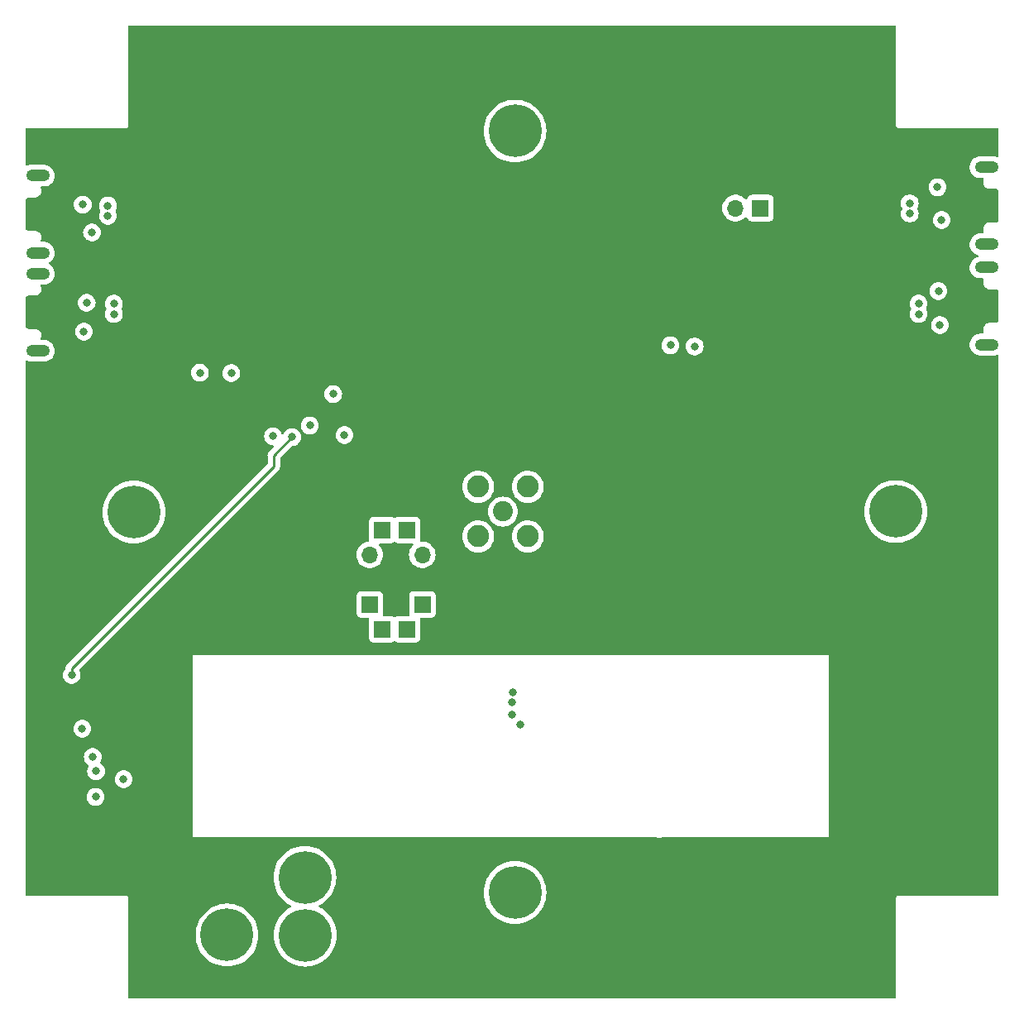
<source format=gbr>
%TF.GenerationSoftware,KiCad,Pcbnew,7.0.5*%
%TF.CreationDate,2023-07-31T21:27:43-07:00*%
%TF.ProjectId,antenna_top_cap,616e7465-6e6e-4615-9f74-6f705f636170,rev?*%
%TF.SameCoordinates,Original*%
%TF.FileFunction,Copper,L3,Inr*%
%TF.FilePolarity,Positive*%
%FSLAX46Y46*%
G04 Gerber Fmt 4.6, Leading zero omitted, Abs format (unit mm)*
G04 Created by KiCad (PCBNEW 7.0.5) date 2023-07-31 21:27:43*
%MOMM*%
%LPD*%
G01*
G04 APERTURE LIST*
%TA.AperFunction,ComponentPad*%
%ADD10O,2.416000X1.208000*%
%TD*%
%TA.AperFunction,ComponentPad*%
%ADD11O,1.700000X1.700000*%
%TD*%
%TA.AperFunction,ComponentPad*%
%ADD12R,1.700000X1.700000*%
%TD*%
%TA.AperFunction,ComponentPad*%
%ADD13C,5.400000*%
%TD*%
%TA.AperFunction,ComponentPad*%
%ADD14C,2.050000*%
%TD*%
%TA.AperFunction,ComponentPad*%
%ADD15C,2.250000*%
%TD*%
%TA.AperFunction,ViaPad*%
%ADD16C,0.800000*%
%TD*%
%TA.AperFunction,Conductor*%
%ADD17C,0.254000*%
%TD*%
G04 APERTURE END LIST*
D10*
%TO.N,N/C*%
%TO.C,J11*%
X116995800Y-87819400D03*
%TO.N,GND*%
X116995800Y-95719400D03*
%TD*%
%TO.N,GND*%
%TO.C,J10*%
X116995800Y-85694400D03*
%TO.N,N/C*%
X116995800Y-77794400D03*
%TD*%
%TO.N,N/C*%
%TO.C,J13*%
X214095800Y-95094400D03*
%TO.N,GND*%
X214095800Y-87194400D03*
%TD*%
%TO.N,GND*%
%TO.C,J15*%
X214095800Y-76919400D03*
%TO.N,N/C*%
X214095800Y-84819400D03*
%TD*%
D11*
%TO.N,Net-(J3-Pin_1)*%
%TO.C,J7*%
X150975800Y-116609400D03*
D12*
X152245800Y-114069400D03*
X154785800Y-114069400D03*
D11*
X156345800Y-116609400D03*
D12*
%TO.N,Net-(J3-Pin_2)*%
X150975800Y-121689400D03*
X152245800Y-124229400D03*
X154785800Y-124229400D03*
X156345800Y-121689400D03*
%TD*%
D13*
%TO.N,GND*%
%TO.C,TP3*%
X136355798Y-155529400D03*
%TD*%
D12*
%TO.N,/BATT_NEG*%
%TO.C,J1*%
X190945800Y-81119400D03*
D11*
%TO.N,/BATT_POS*%
X188405800Y-81119400D03*
%TD*%
D13*
%TO.N,GND*%
%TO.C,TP7*%
X144355800Y-155549400D03*
%TD*%
%TO.N,GND*%
%TO.C,TP2*%
X144327277Y-149625673D03*
%TD*%
%TO.N,GND*%
%TO.C,TP5*%
X126825800Y-112239400D03*
%TD*%
%TO.N,GND*%
%TO.C,TP6*%
X165835800Y-73239400D03*
%TD*%
%TO.N,GND*%
%TO.C,TP1*%
X165835800Y-151189400D03*
%TD*%
%TO.N,GND*%
%TO.C,TP4*%
X204805800Y-112189400D03*
%TD*%
D14*
%TO.N,Net-(J5-In)*%
%TO.C,J5*%
X164605800Y-112189400D03*
D15*
%TO.N,GND*%
X162065800Y-109649400D03*
X162065800Y-114729400D03*
X167145800Y-109649400D03*
X167145800Y-114729400D03*
%TD*%
D16*
%TO.N,2.8V*%
X147215800Y-100149400D03*
%TO.N,GND*%
X121705800Y-93769400D03*
%TO.N,Net-(J11-VBUS)*%
X121985800Y-90804899D03*
%TO.N,GND*%
X122535800Y-83619400D03*
%TO.N,Net-(J10-VBUS)*%
X121585800Y-80764899D03*
%TO.N,Net-(J13-VBUS)*%
X209325800Y-93099900D03*
%TO.N,GND*%
X209175800Y-89609400D03*
%TO.N,Net-(J15-VBUS)*%
X209502184Y-82340211D03*
%TO.N,GND*%
X209075800Y-78979400D03*
%TO.N,/0d-*%
X124770784Y-90904400D03*
%TO.N,/0d+*%
X124770784Y-91954400D03*
%TO.N,/1d-*%
X124159873Y-80864400D03*
%TO.N,/1d+*%
X124159873Y-81914400D03*
%TO.N,GND*%
X166395800Y-133959400D03*
X165595800Y-130699400D03*
X122897421Y-141398978D03*
X165565800Y-131709400D03*
X165555800Y-132969400D03*
X133575800Y-97979400D03*
X136795800Y-98019400D03*
%TO.N,+3V3*%
X191625800Y-106969400D03*
X147075800Y-101489400D03*
X176605800Y-101258901D03*
X143145800Y-100869400D03*
X162475800Y-100299400D03*
%TO.N,2.8V*%
X125765800Y-139589400D03*
X144825800Y-103370725D03*
%TO.N,/SCL_3V*%
X122944313Y-138770900D03*
%TO.N,/SDA_3V*%
X143015800Y-104569400D03*
X120455800Y-128919400D03*
%TO.N,SCL1*%
X184225800Y-95279400D03*
X181745800Y-95159400D03*
X148375800Y-104359400D03*
X141065800Y-104469400D03*
%TO.N,/GPIO*%
X121535800Y-134409400D03*
%TO.N,/XSHUT_2.8V*%
X122604434Y-137311857D03*
%TO.N,/2d-*%
X207144972Y-91964400D03*
%TO.N,/2d+*%
X207144972Y-90914400D03*
%TO.N,/3d-*%
X206237842Y-81684400D03*
%TO.N,/3d+*%
X206237842Y-80634400D03*
%TD*%
D17*
%TO.N,/SDA_3V*%
X120455800Y-128919400D02*
X120455800Y-128229400D01*
X141145800Y-106439400D02*
X143015800Y-104569400D01*
X141145800Y-107539400D02*
X141145800Y-106439400D01*
X120455800Y-128229400D02*
X141145800Y-107539400D01*
%TD*%
%TA.AperFunction,Conductor*%
%TO.N,+3V3*%
G36*
X140275414Y-62418280D02*
G01*
X140611421Y-62419781D01*
X140613521Y-62419904D01*
X140615746Y-62419903D01*
X140615749Y-62419904D01*
X140637705Y-62419899D01*
X140662223Y-62420009D01*
X140664335Y-62419894D01*
X151729648Y-62417723D01*
X151848057Y-62417700D01*
X204719700Y-62417700D01*
X204787821Y-62437702D01*
X204834314Y-62491358D01*
X204845700Y-62543700D01*
X204845699Y-72723619D01*
X204845700Y-72723629D01*
X204845700Y-72762963D01*
X204849596Y-72771054D01*
X204858911Y-72797675D01*
X204860910Y-72806431D01*
X204860911Y-72806432D01*
X204866504Y-72813445D01*
X204881517Y-72837336D01*
X204885412Y-72845424D01*
X204892429Y-72851020D01*
X204912380Y-72870971D01*
X204917976Y-72877988D01*
X204926063Y-72881882D01*
X204949949Y-72896892D01*
X204956969Y-72902490D01*
X204965721Y-72904487D01*
X204992349Y-72913805D01*
X205000437Y-72917700D01*
X205023610Y-72917700D01*
X215219660Y-72917700D01*
X215287781Y-72937702D01*
X215334274Y-72991358D01*
X215345660Y-73043716D01*
X215345320Y-75793339D01*
X215325310Y-75861457D01*
X215271648Y-75907943D01*
X215201373Y-75918038D01*
X215172491Y-75910297D01*
X215014655Y-75847109D01*
X214806035Y-75806900D01*
X214806031Y-75806900D01*
X213438810Y-75806900D01*
X213438808Y-75806900D01*
X213438790Y-75806901D01*
X213280310Y-75822034D01*
X213280295Y-75822037D01*
X213076442Y-75881893D01*
X212887601Y-75979248D01*
X212720595Y-76110584D01*
X212720589Y-76110589D01*
X212581462Y-76271152D01*
X212581461Y-76271153D01*
X212581460Y-76271153D01*
X212475232Y-76455148D01*
X212475231Y-76455150D01*
X212405743Y-76655921D01*
X212405740Y-76655932D01*
X212375505Y-76866222D01*
X212385613Y-77078434D01*
X212385615Y-77078447D01*
X212435704Y-77284914D01*
X212435707Y-77284925D01*
X212523963Y-77478176D01*
X212523969Y-77478187D01*
X212647200Y-77651240D01*
X212647203Y-77651244D01*
X212647205Y-77651246D01*
X212800970Y-77797861D01*
X212979704Y-77912727D01*
X213176947Y-77991691D01*
X213385569Y-78031900D01*
X213696000Y-78031900D01*
X213764121Y-78051902D01*
X213810614Y-78105558D01*
X213820718Y-78175832D01*
X213809522Y-78212569D01*
X213791560Y-78249869D01*
X213777919Y-78278194D01*
X213745300Y-78421106D01*
X213745300Y-78567694D01*
X213757045Y-78619150D01*
X213777919Y-78710605D01*
X213777921Y-78710610D01*
X213841518Y-78842672D01*
X213841519Y-78842674D01*
X213841520Y-78842675D01*
X213841521Y-78842677D01*
X213932917Y-78957283D01*
X214047523Y-79048679D01*
X214179594Y-79112281D01*
X214322506Y-79144900D01*
X214373210Y-79144900D01*
X215014275Y-79144900D01*
X215043831Y-79148415D01*
X215101854Y-79162416D01*
X215132564Y-79174248D01*
X215187751Y-79204306D01*
X215214348Y-79223686D01*
X215259871Y-79267013D01*
X215280544Y-79292624D01*
X215313292Y-79346261D01*
X215326626Y-79376348D01*
X215344368Y-79436635D01*
X215349457Y-79469154D01*
X215351051Y-79534925D01*
X215350674Y-79543507D01*
X215350243Y-79547337D01*
X215350243Y-79555849D01*
X215349884Y-79562565D01*
X215347135Y-79588223D01*
X215348246Y-79600589D01*
X215347893Y-79600620D01*
X215350243Y-79616937D01*
X215350243Y-80869393D01*
X215345478Y-82122259D01*
X215343076Y-82138718D01*
X215343304Y-82138739D01*
X215342192Y-82151099D01*
X215344887Y-82176267D01*
X215345245Y-82183212D01*
X215345215Y-82191223D01*
X215345753Y-82196167D01*
X215346104Y-82204519D01*
X215344510Y-82270161D01*
X215339420Y-82302679D01*
X215321679Y-82362952D01*
X215308342Y-82393040D01*
X215275596Y-82446666D01*
X215254920Y-82472276D01*
X215209403Y-82515591D01*
X215182802Y-82534971D01*
X215127624Y-82565019D01*
X215096914Y-82576849D01*
X215040800Y-82590386D01*
X215011251Y-82593900D01*
X214435682Y-82593900D01*
X214395800Y-82593900D01*
X214322506Y-82593900D01*
X214179594Y-82626518D01*
X214179594Y-82626519D01*
X214179589Y-82626521D01*
X214047527Y-82690118D01*
X214047525Y-82690119D01*
X213932917Y-82781517D01*
X213841519Y-82896125D01*
X213841518Y-82896127D01*
X213779180Y-83025575D01*
X213777919Y-83028194D01*
X213745300Y-83171106D01*
X213745300Y-83317694D01*
X213762733Y-83394072D01*
X213777919Y-83460605D01*
X213777921Y-83460610D01*
X213809522Y-83526231D01*
X213821057Y-83596284D01*
X213792887Y-83661453D01*
X213733957Y-83701047D01*
X213696000Y-83706900D01*
X213438810Y-83706900D01*
X213438808Y-83706900D01*
X213438790Y-83706901D01*
X213280310Y-83722034D01*
X213280295Y-83722037D01*
X213076442Y-83781893D01*
X212887601Y-83879248D01*
X212720595Y-84010584D01*
X212720589Y-84010589D01*
X212588764Y-84162725D01*
X212581462Y-84171152D01*
X212581461Y-84171153D01*
X212581460Y-84171153D01*
X212475232Y-84355148D01*
X212475231Y-84355150D01*
X212405743Y-84555921D01*
X212405740Y-84555932D01*
X212375505Y-84766222D01*
X212385613Y-84978434D01*
X212385615Y-84978447D01*
X212435704Y-85184914D01*
X212435707Y-85184925D01*
X212523963Y-85378176D01*
X212523969Y-85378187D01*
X212647200Y-85551240D01*
X212647203Y-85551244D01*
X212647205Y-85551246D01*
X212800970Y-85697861D01*
X212979704Y-85812727D01*
X213176947Y-85891691D01*
X213176949Y-85891691D01*
X213178602Y-85892353D01*
X213234409Y-85936240D01*
X213257630Y-86003332D01*
X213240892Y-86072328D01*
X213189510Y-86121321D01*
X213167271Y-86130224D01*
X213076442Y-86156893D01*
X212887601Y-86254248D01*
X212720595Y-86385584D01*
X212720589Y-86385589D01*
X212618671Y-86503210D01*
X212581462Y-86546152D01*
X212581461Y-86546153D01*
X212581460Y-86546153D01*
X212475232Y-86730148D01*
X212475231Y-86730150D01*
X212405743Y-86930921D01*
X212405740Y-86930932D01*
X212375505Y-87141222D01*
X212385613Y-87353434D01*
X212385615Y-87353447D01*
X212435704Y-87559914D01*
X212435707Y-87559925D01*
X212523963Y-87753176D01*
X212523969Y-87753187D01*
X212647200Y-87926240D01*
X212647203Y-87926244D01*
X212647205Y-87926246D01*
X212800970Y-88072861D01*
X212979704Y-88187727D01*
X213176947Y-88266691D01*
X213385569Y-88306900D01*
X213696000Y-88306900D01*
X213764121Y-88326902D01*
X213810614Y-88380558D01*
X213820718Y-88450832D01*
X213809522Y-88487569D01*
X213791560Y-88524869D01*
X213777919Y-88553194D01*
X213745300Y-88696106D01*
X213745300Y-88842694D01*
X213765661Y-88931900D01*
X213777919Y-88985605D01*
X213777921Y-88985610D01*
X213841518Y-89117672D01*
X213841519Y-89117674D01*
X213841520Y-89117675D01*
X213841521Y-89117677D01*
X213932917Y-89232283D01*
X214047523Y-89323679D01*
X214179594Y-89387281D01*
X214322506Y-89419900D01*
X214373210Y-89419900D01*
X215014275Y-89419900D01*
X215043831Y-89423415D01*
X215101854Y-89437416D01*
X215132564Y-89449248D01*
X215187751Y-89479306D01*
X215214349Y-89498687D01*
X215259871Y-89542013D01*
X215280544Y-89567624D01*
X215313292Y-89621261D01*
X215326626Y-89651348D01*
X215344368Y-89711635D01*
X215349457Y-89744154D01*
X215351051Y-89809925D01*
X215350674Y-89818507D01*
X215350243Y-89822337D01*
X215350243Y-89830849D01*
X215349884Y-89837565D01*
X215347135Y-89863223D01*
X215348246Y-89875589D01*
X215347893Y-89875620D01*
X215350243Y-89891937D01*
X215350243Y-91144453D01*
X215348920Y-91492399D01*
X215345478Y-92397259D01*
X215343076Y-92413718D01*
X215343304Y-92413739D01*
X215342192Y-92426099D01*
X215344887Y-92451267D01*
X215345245Y-92458212D01*
X215345215Y-92466223D01*
X215345753Y-92471167D01*
X215346104Y-92479519D01*
X215344510Y-92545161D01*
X215339420Y-92577679D01*
X215321679Y-92637952D01*
X215308342Y-92668040D01*
X215275596Y-92721666D01*
X215254920Y-92747276D01*
X215209403Y-92790591D01*
X215182802Y-92809971D01*
X215127624Y-92840019D01*
X215096914Y-92851849D01*
X215040800Y-92865386D01*
X215011251Y-92868900D01*
X214435682Y-92868900D01*
X214395800Y-92868900D01*
X214322506Y-92868900D01*
X214183594Y-92900606D01*
X214179594Y-92901519D01*
X214179589Y-92901521D01*
X214047527Y-92965118D01*
X214047525Y-92965119D01*
X213932917Y-93056517D01*
X213841519Y-93171125D01*
X213841518Y-93171127D01*
X213777921Y-93303189D01*
X213777919Y-93303194D01*
X213745300Y-93446106D01*
X213745300Y-93592694D01*
X213772195Y-93710528D01*
X213777919Y-93735605D01*
X213777921Y-93735610D01*
X213809522Y-93801231D01*
X213821057Y-93871284D01*
X213792887Y-93936453D01*
X213733957Y-93976047D01*
X213696000Y-93981900D01*
X213438810Y-93981900D01*
X213438808Y-93981900D01*
X213438790Y-93981901D01*
X213280310Y-93997034D01*
X213280295Y-93997037D01*
X213076442Y-94056893D01*
X212887601Y-94154248D01*
X212720595Y-94285584D01*
X212720589Y-94285589D01*
X212581462Y-94446152D01*
X212581461Y-94446153D01*
X212581460Y-94446153D01*
X212475232Y-94630148D01*
X212475231Y-94630150D01*
X212405743Y-94830921D01*
X212405740Y-94830932D01*
X212375505Y-95041222D01*
X212385613Y-95253434D01*
X212385615Y-95253447D01*
X212435704Y-95459914D01*
X212435707Y-95459925D01*
X212523963Y-95653176D01*
X212523969Y-95653187D01*
X212647200Y-95826240D01*
X212647203Y-95826244D01*
X212647205Y-95826246D01*
X212800970Y-95972861D01*
X212979704Y-96087727D01*
X213176947Y-96166691D01*
X213385569Y-96206900D01*
X213385573Y-96206900D01*
X214752788Y-96206900D01*
X214752790Y-96206900D01*
X214911300Y-96191764D01*
X215115155Y-96131907D01*
X215161562Y-96107982D01*
X215231276Y-96094544D01*
X215297187Y-96120930D01*
X215338370Y-96178761D01*
X215345301Y-96219973D01*
X215345697Y-151390699D01*
X215325695Y-151458820D01*
X215272040Y-151505313D01*
X215219697Y-151516700D01*
X205000434Y-151516700D01*
X204992342Y-151520597D01*
X204965726Y-151529910D01*
X204956971Y-151531908D01*
X204956965Y-151531911D01*
X204949942Y-151537512D01*
X204926070Y-151552512D01*
X204917981Y-151556408D01*
X204917976Y-151556412D01*
X204912377Y-151563433D01*
X204892435Y-151583374D01*
X204885413Y-151588975D01*
X204885412Y-151588976D01*
X204885408Y-151588981D01*
X204881512Y-151597070D01*
X204866512Y-151620942D01*
X204860911Y-151627965D01*
X204860908Y-151627971D01*
X204858910Y-151636726D01*
X204849597Y-151663342D01*
X204845700Y-151671434D01*
X204845700Y-161890700D01*
X204825698Y-161958821D01*
X204772042Y-162005314D01*
X204719700Y-162016700D01*
X126372700Y-162016700D01*
X126304579Y-161996698D01*
X126258086Y-161943042D01*
X126246700Y-161890700D01*
X126246700Y-155529400D01*
X133142242Y-155529400D01*
X133162447Y-155889200D01*
X133222811Y-156244476D01*
X133322577Y-156590774D01*
X133460479Y-156923699D01*
X133460484Y-156923710D01*
X133528239Y-157046303D01*
X133634797Y-157239107D01*
X133634799Y-157239110D01*
X133634802Y-157239115D01*
X133843339Y-157533019D01*
X134083471Y-157801727D01*
X134352179Y-158041859D01*
X134646083Y-158250396D01*
X134961488Y-158424714D01*
X135294428Y-158562622D01*
X135640715Y-158662385D01*
X135995994Y-158722750D01*
X136355798Y-158742956D01*
X136715602Y-158722750D01*
X137070881Y-158662385D01*
X137417168Y-158562622D01*
X137750108Y-158424714D01*
X138065513Y-158250396D01*
X138359417Y-158041859D01*
X138628125Y-157801727D01*
X138868257Y-157533019D01*
X139076794Y-157239115D01*
X139251112Y-156923710D01*
X139389020Y-156590770D01*
X139488783Y-156244483D01*
X139549148Y-155889204D01*
X139569354Y-155529400D01*
X139549148Y-155169596D01*
X139488783Y-154814317D01*
X139389020Y-154468030D01*
X139251112Y-154135090D01*
X139100969Y-153863427D01*
X139076798Y-153819692D01*
X139076797Y-153819691D01*
X139076794Y-153819685D01*
X138868257Y-153525781D01*
X138628125Y-153257073D01*
X138359417Y-153016941D01*
X138065513Y-152808404D01*
X138065508Y-152808401D01*
X138065505Y-152808399D01*
X137786295Y-152654086D01*
X137750108Y-152634086D01*
X137750101Y-152634083D01*
X137750097Y-152634081D01*
X137417172Y-152496179D01*
X137070874Y-152396413D01*
X136715598Y-152336049D01*
X136380096Y-152317208D01*
X136355798Y-152315844D01*
X136355797Y-152315844D01*
X135995997Y-152336049D01*
X135640721Y-152396413D01*
X135294423Y-152496179D01*
X134961498Y-152634081D01*
X134961475Y-152634093D01*
X134646090Y-152808399D01*
X134352175Y-153016944D01*
X134083471Y-153257073D01*
X133843342Y-153525777D01*
X133634797Y-153819692D01*
X133460491Y-154135077D01*
X133460479Y-154135100D01*
X133322577Y-154468025D01*
X133222811Y-154814323D01*
X133162447Y-155169599D01*
X133142242Y-155529400D01*
X126246700Y-155529400D01*
X126246700Y-151671438D01*
X126246698Y-151671434D01*
X126242802Y-151663342D01*
X126233487Y-151636721D01*
X126231490Y-151627969D01*
X126231489Y-151627968D01*
X126231489Y-151627967D01*
X126225893Y-151620951D01*
X126210882Y-151597063D01*
X126206988Y-151588976D01*
X126199971Y-151583380D01*
X126180020Y-151563429D01*
X126174424Y-151556412D01*
X126166336Y-151552517D01*
X126142447Y-151537505D01*
X126135431Y-151531910D01*
X126126675Y-151529911D01*
X126100054Y-151520596D01*
X126091963Y-151516700D01*
X126091962Y-151516700D01*
X115872697Y-151516700D01*
X115804576Y-151496698D01*
X115758083Y-151443042D01*
X115746697Y-151390701D01*
X115746687Y-149985473D01*
X115746684Y-149625672D01*
X141113721Y-149625672D01*
X141133926Y-149985473D01*
X141194290Y-150340749D01*
X141294056Y-150687047D01*
X141431958Y-151019972D01*
X141431963Y-151019983D01*
X141431970Y-151019995D01*
X141606276Y-151335380D01*
X141606278Y-151335383D01*
X141606281Y-151335388D01*
X141814818Y-151629292D01*
X142054950Y-151898000D01*
X142323658Y-152138132D01*
X142617562Y-152346669D01*
X142617568Y-152346672D01*
X142617569Y-152346673D01*
X142868107Y-152485140D01*
X142918053Y-152535597D01*
X142932791Y-152605047D01*
X142907641Y-152671440D01*
X142868108Y-152705696D01*
X142646088Y-152828401D01*
X142352177Y-153036944D01*
X142083473Y-153277073D01*
X141843344Y-153545777D01*
X141634799Y-153839692D01*
X141460493Y-154155077D01*
X141460481Y-154155100D01*
X141322579Y-154488025D01*
X141222813Y-154834323D01*
X141162449Y-155189599D01*
X141142244Y-155549399D01*
X141162449Y-155909200D01*
X141222813Y-156264476D01*
X141322579Y-156610774D01*
X141460481Y-156943699D01*
X141460486Y-156943710D01*
X141460493Y-156943722D01*
X141634799Y-157259107D01*
X141634801Y-157259110D01*
X141634804Y-157259115D01*
X141843341Y-157553019D01*
X142083473Y-157821727D01*
X142352181Y-158061859D01*
X142646085Y-158270396D01*
X142961490Y-158444714D01*
X143294430Y-158582622D01*
X143640717Y-158682385D01*
X143995996Y-158742750D01*
X144355800Y-158762956D01*
X144715604Y-158742750D01*
X145070883Y-158682385D01*
X145417170Y-158582622D01*
X145750110Y-158444714D01*
X146065515Y-158270396D01*
X146359419Y-158061859D01*
X146628127Y-157821727D01*
X146868259Y-157553019D01*
X147076796Y-157259115D01*
X147251114Y-156943710D01*
X147389022Y-156610770D01*
X147488785Y-156264483D01*
X147549150Y-155909204D01*
X147569356Y-155549400D01*
X147549150Y-155189596D01*
X147488785Y-154834317D01*
X147389022Y-154488030D01*
X147251114Y-154155090D01*
X147076796Y-153839685D01*
X146868259Y-153545781D01*
X146628127Y-153277073D01*
X146359419Y-153036941D01*
X146065515Y-152828404D01*
X146065510Y-152828401D01*
X146065507Y-152828399D01*
X145814969Y-152689932D01*
X145765023Y-152639475D01*
X145750285Y-152570025D01*
X145775435Y-152503632D01*
X145814966Y-152469377D01*
X146036992Y-152346669D01*
X146330896Y-152138132D01*
X146599604Y-151898000D01*
X146839736Y-151629292D01*
X147048273Y-151335388D01*
X147128958Y-151189400D01*
X162622244Y-151189400D01*
X162642449Y-151549200D01*
X162702813Y-151904476D01*
X162802579Y-152250774D01*
X162914505Y-152520987D01*
X162940486Y-152583710D01*
X162988973Y-152671440D01*
X163114799Y-152899107D01*
X163114801Y-152899110D01*
X163114804Y-152899115D01*
X163323341Y-153193019D01*
X163563473Y-153461727D01*
X163832181Y-153701859D01*
X164126085Y-153910396D01*
X164441490Y-154084714D01*
X164774430Y-154222622D01*
X165120717Y-154322385D01*
X165475996Y-154382750D01*
X165835800Y-154402956D01*
X166195604Y-154382750D01*
X166550883Y-154322385D01*
X166897170Y-154222622D01*
X167230110Y-154084714D01*
X167545515Y-153910396D01*
X167839419Y-153701859D01*
X168108127Y-153461727D01*
X168348259Y-153193019D01*
X168556796Y-152899115D01*
X168731114Y-152583710D01*
X168869022Y-152250770D01*
X168968785Y-151904483D01*
X169029150Y-151549204D01*
X169049356Y-151189400D01*
X169029150Y-150829596D01*
X168968785Y-150474317D01*
X168869022Y-150128030D01*
X168731114Y-149795090D01*
X168556796Y-149479685D01*
X168348259Y-149185781D01*
X168108127Y-148917073D01*
X167839419Y-148676941D01*
X167545515Y-148468404D01*
X167545510Y-148468401D01*
X167545507Y-148468399D01*
X167352703Y-148361841D01*
X167230110Y-148294086D01*
X167230103Y-148294083D01*
X167230099Y-148294081D01*
X166897174Y-148156179D01*
X166550876Y-148056413D01*
X166195600Y-147996049D01*
X165835800Y-147975844D01*
X165475999Y-147996049D01*
X165120723Y-148056413D01*
X164774425Y-148156179D01*
X164441500Y-148294081D01*
X164441477Y-148294093D01*
X164126092Y-148468399D01*
X163832177Y-148676944D01*
X163563473Y-148917073D01*
X163323344Y-149185777D01*
X163114799Y-149479692D01*
X162940493Y-149795077D01*
X162940481Y-149795100D01*
X162802579Y-150128025D01*
X162702813Y-150474323D01*
X162642449Y-150829599D01*
X162622244Y-151189400D01*
X147128958Y-151189400D01*
X147222591Y-151019983D01*
X147360499Y-150687043D01*
X147460262Y-150340756D01*
X147520627Y-149985477D01*
X147540833Y-149625673D01*
X147520627Y-149265869D01*
X147460262Y-148910590D01*
X147360499Y-148564303D01*
X147222591Y-148231363D01*
X147048273Y-147915958D01*
X146839736Y-147622054D01*
X146599604Y-147353346D01*
X146330896Y-147113214D01*
X146036992Y-146904677D01*
X146036987Y-146904674D01*
X146036984Y-146904672D01*
X145844180Y-146798114D01*
X145721587Y-146730359D01*
X145721580Y-146730356D01*
X145721576Y-146730354D01*
X145388651Y-146592452D01*
X145042353Y-146492686D01*
X144687077Y-146432322D01*
X144327277Y-146412117D01*
X143967476Y-146432322D01*
X143612200Y-146492686D01*
X143265902Y-146592452D01*
X142932977Y-146730354D01*
X142932954Y-146730366D01*
X142617569Y-146904672D01*
X142323654Y-147113217D01*
X142054950Y-147353346D01*
X141814821Y-147622050D01*
X141606276Y-147915965D01*
X141431970Y-148231350D01*
X141431958Y-148231373D01*
X141294056Y-148564298D01*
X141194290Y-148910596D01*
X141133926Y-149265872D01*
X141113721Y-149625672D01*
X115746684Y-149625672D01*
X115746625Y-141398977D01*
X121983917Y-141398977D01*
X122003878Y-141588905D01*
X122033947Y-141681448D01*
X122062894Y-141770534D01*
X122062897Y-141770539D01*
X122158379Y-141935919D01*
X122158386Y-141935929D01*
X122286165Y-142077842D01*
X122286168Y-142077844D01*
X122440669Y-142190096D01*
X122615133Y-142267772D01*
X122801934Y-142307478D01*
X122992908Y-142307478D01*
X123179709Y-142267772D01*
X123354173Y-142190096D01*
X123508674Y-142077844D01*
X123636461Y-141935922D01*
X123731948Y-141770534D01*
X123790963Y-141588906D01*
X123810925Y-141398978D01*
X123790963Y-141209050D01*
X123731948Y-141027422D01*
X123636461Y-140862034D01*
X123636459Y-140862032D01*
X123636455Y-140862026D01*
X123508676Y-140720113D01*
X123354173Y-140607860D01*
X123179709Y-140530184D01*
X122992908Y-140490478D01*
X122801934Y-140490478D01*
X122615132Y-140530184D01*
X122440668Y-140607860D01*
X122286165Y-140720113D01*
X122158386Y-140862026D01*
X122158379Y-140862036D01*
X122062897Y-141027416D01*
X122062894Y-141027423D01*
X122003878Y-141209050D01*
X121983917Y-141398977D01*
X115746625Y-141398977D01*
X115746595Y-137311856D01*
X121690930Y-137311856D01*
X121710891Y-137501784D01*
X121740960Y-137594327D01*
X121769907Y-137683413D01*
X121769910Y-137683418D01*
X121865392Y-137848798D01*
X121865399Y-137848808D01*
X121993178Y-137990721D01*
X121993177Y-137990721D01*
X122149744Y-138104474D01*
X122193098Y-138160697D01*
X122199173Y-138231433D01*
X122184803Y-138269409D01*
X122109787Y-138399341D01*
X122109786Y-138399345D01*
X122050770Y-138580972D01*
X122030809Y-138770899D01*
X122050770Y-138960827D01*
X122080540Y-139052448D01*
X122109786Y-139142456D01*
X122109789Y-139142461D01*
X122205271Y-139307841D01*
X122205278Y-139307851D01*
X122333057Y-139449764D01*
X122333060Y-139449766D01*
X122487561Y-139562018D01*
X122662025Y-139639694D01*
X122848826Y-139679400D01*
X123039800Y-139679400D01*
X123226601Y-139639694D01*
X123339564Y-139589400D01*
X124852296Y-139589400D01*
X124872257Y-139779327D01*
X124902326Y-139871870D01*
X124931273Y-139960956D01*
X124931276Y-139960961D01*
X125026758Y-140126341D01*
X125026765Y-140126351D01*
X125154544Y-140268264D01*
X125154547Y-140268266D01*
X125309048Y-140380518D01*
X125483512Y-140458194D01*
X125670313Y-140497900D01*
X125861287Y-140497900D01*
X126048088Y-140458194D01*
X126222552Y-140380518D01*
X126377053Y-140268266D01*
X126504840Y-140126344D01*
X126600327Y-139960956D01*
X126659342Y-139779328D01*
X126679304Y-139589400D01*
X126659342Y-139399472D01*
X126600327Y-139217844D01*
X126504840Y-139052456D01*
X126504838Y-139052454D01*
X126504834Y-139052448D01*
X126377055Y-138910535D01*
X126222552Y-138798282D01*
X126048088Y-138720606D01*
X125861287Y-138680900D01*
X125670313Y-138680900D01*
X125483511Y-138720606D01*
X125309047Y-138798282D01*
X125154544Y-138910535D01*
X125026765Y-139052448D01*
X125026758Y-139052458D01*
X124931276Y-139217838D01*
X124931273Y-139217845D01*
X124872257Y-139399472D01*
X124852296Y-139589400D01*
X123339564Y-139589400D01*
X123401065Y-139562018D01*
X123555566Y-139449766D01*
X123683353Y-139307844D01*
X123778840Y-139142456D01*
X123837855Y-138960828D01*
X123857817Y-138770900D01*
X123837855Y-138580972D01*
X123778840Y-138399344D01*
X123683353Y-138233956D01*
X123683351Y-138233954D01*
X123683347Y-138233948D01*
X123555568Y-138092035D01*
X123399001Y-137978282D01*
X123355647Y-137922059D01*
X123349572Y-137851323D01*
X123363940Y-137813352D01*
X123438961Y-137683413D01*
X123497976Y-137501785D01*
X123517938Y-137311857D01*
X123497976Y-137121929D01*
X123438961Y-136940301D01*
X123343474Y-136774913D01*
X123343472Y-136774911D01*
X123343468Y-136774905D01*
X123215689Y-136632992D01*
X123061186Y-136520739D01*
X122886722Y-136443063D01*
X122699921Y-136403357D01*
X122508947Y-136403357D01*
X122322145Y-136443063D01*
X122147681Y-136520739D01*
X121993178Y-136632992D01*
X121865399Y-136774905D01*
X121865392Y-136774915D01*
X121769910Y-136940295D01*
X121769907Y-136940302D01*
X121710891Y-137121929D01*
X121690930Y-137311856D01*
X115746595Y-137311856D01*
X115746574Y-134409400D01*
X120622296Y-134409400D01*
X120642257Y-134599327D01*
X120672326Y-134691870D01*
X120701273Y-134780956D01*
X120701276Y-134780961D01*
X120796758Y-134946341D01*
X120796765Y-134946351D01*
X120924544Y-135088264D01*
X120924547Y-135088266D01*
X121079048Y-135200518D01*
X121253512Y-135278194D01*
X121440313Y-135317900D01*
X121631287Y-135317900D01*
X121818088Y-135278194D01*
X121992552Y-135200518D01*
X122147053Y-135088266D01*
X122274840Y-134946344D01*
X122370327Y-134780956D01*
X122429342Y-134599328D01*
X122449304Y-134409400D01*
X122429342Y-134219472D01*
X122370327Y-134037844D01*
X122274840Y-133872456D01*
X122274838Y-133872454D01*
X122274834Y-133872448D01*
X122147055Y-133730535D01*
X121992552Y-133618282D01*
X121818088Y-133540606D01*
X121631287Y-133500900D01*
X121440313Y-133500900D01*
X121253511Y-133540606D01*
X121079047Y-133618282D01*
X120924544Y-133730535D01*
X120796765Y-133872448D01*
X120796758Y-133872458D01*
X120701276Y-134037838D01*
X120701273Y-134037845D01*
X120642257Y-134219472D01*
X120622296Y-134409400D01*
X115746574Y-134409400D01*
X115746534Y-128919400D01*
X119542296Y-128919400D01*
X119562257Y-129109327D01*
X119592326Y-129201870D01*
X119621273Y-129290956D01*
X119621276Y-129290961D01*
X119716758Y-129456341D01*
X119716765Y-129456351D01*
X119844544Y-129598264D01*
X119844547Y-129598266D01*
X119999048Y-129710518D01*
X120173512Y-129788194D01*
X120360313Y-129827900D01*
X120551287Y-129827900D01*
X120738088Y-129788194D01*
X120912552Y-129710518D01*
X121067053Y-129598266D01*
X121194840Y-129456344D01*
X121290327Y-129290956D01*
X121349342Y-129109328D01*
X121369304Y-128919400D01*
X121349342Y-128729472D01*
X121290327Y-128547844D01*
X121290326Y-128547842D01*
X121290325Y-128547839D01*
X121245610Y-128470391D01*
X121228872Y-128401396D01*
X121252092Y-128334304D01*
X121265628Y-128318302D01*
X122714530Y-126869400D01*
X132885800Y-126869400D01*
X132885800Y-145539400D01*
X180309890Y-145539400D01*
X180346466Y-145544826D01*
X180400265Y-145561146D01*
X180400266Y-145561146D01*
X180400269Y-145561147D01*
X180400272Y-145561147D01*
X180400276Y-145561148D01*
X180586597Y-145579499D01*
X180586600Y-145579499D01*
X180586603Y-145579499D01*
X180772923Y-145561148D01*
X180772925Y-145561147D01*
X180772931Y-145561147D01*
X180826733Y-145544826D01*
X180863310Y-145539400D01*
X197915800Y-145539400D01*
X197915800Y-126869400D01*
X132885800Y-126869400D01*
X122714530Y-126869400D01*
X126995881Y-122588049D01*
X149617300Y-122588049D01*
X149623809Y-122648596D01*
X149623811Y-122648604D01*
X149674910Y-122785602D01*
X149674912Y-122785607D01*
X149762538Y-122902661D01*
X149879592Y-122990287D01*
X149879594Y-122990288D01*
X149879596Y-122990289D01*
X149911230Y-123002088D01*
X150016595Y-123041388D01*
X150016603Y-123041390D01*
X150077150Y-123047899D01*
X150077155Y-123047899D01*
X150077162Y-123047900D01*
X150795250Y-123047900D01*
X150863371Y-123067902D01*
X150909864Y-123121558D01*
X150919968Y-123191832D01*
X150913305Y-123217933D01*
X150893811Y-123270195D01*
X150893809Y-123270203D01*
X150887300Y-123330750D01*
X150887300Y-125128049D01*
X150893809Y-125188596D01*
X150893811Y-125188604D01*
X150944910Y-125325602D01*
X150944912Y-125325607D01*
X151032538Y-125442661D01*
X151149592Y-125530287D01*
X151149594Y-125530288D01*
X151149596Y-125530289D01*
X151208675Y-125552324D01*
X151286595Y-125581388D01*
X151286603Y-125581390D01*
X151347150Y-125587899D01*
X151347155Y-125587899D01*
X151347162Y-125587900D01*
X151347168Y-125587900D01*
X153144432Y-125587900D01*
X153144438Y-125587900D01*
X153144445Y-125587899D01*
X153144449Y-125587899D01*
X153204996Y-125581390D01*
X153204999Y-125581389D01*
X153205001Y-125581389D01*
X153342004Y-125530289D01*
X153440292Y-125456711D01*
X153506811Y-125431901D01*
X153576185Y-125446992D01*
X153591302Y-125456706D01*
X153689593Y-125530287D01*
X153689596Y-125530289D01*
X153826595Y-125581388D01*
X153826603Y-125581390D01*
X153887150Y-125587899D01*
X153887155Y-125587899D01*
X153887162Y-125587900D01*
X153887168Y-125587900D01*
X155684432Y-125587900D01*
X155684438Y-125587900D01*
X155684445Y-125587899D01*
X155684449Y-125587899D01*
X155744996Y-125581390D01*
X155744999Y-125581389D01*
X155745001Y-125581389D01*
X155882004Y-125530289D01*
X155999061Y-125442661D01*
X156086689Y-125325604D01*
X156137789Y-125188601D01*
X156144300Y-125128038D01*
X156144300Y-123330762D01*
X156144299Y-123330750D01*
X156137790Y-123270203D01*
X156137788Y-123270195D01*
X156118295Y-123217933D01*
X156113229Y-123147117D01*
X156147254Y-123084805D01*
X156209566Y-123050780D01*
X156236350Y-123047900D01*
X157244432Y-123047900D01*
X157244438Y-123047900D01*
X157244445Y-123047899D01*
X157244449Y-123047899D01*
X157304996Y-123041390D01*
X157304999Y-123041389D01*
X157305001Y-123041389D01*
X157442004Y-122990289D01*
X157559061Y-122902661D01*
X157577963Y-122877411D01*
X157646687Y-122785607D01*
X157646687Y-122785606D01*
X157646689Y-122785604D01*
X157697789Y-122648601D01*
X157704300Y-122588038D01*
X157704300Y-120790762D01*
X157704299Y-120790750D01*
X157697790Y-120730203D01*
X157697788Y-120730195D01*
X157646689Y-120593197D01*
X157646687Y-120593192D01*
X157559061Y-120476138D01*
X157442007Y-120388512D01*
X157442002Y-120388510D01*
X157305004Y-120337411D01*
X157304996Y-120337409D01*
X157244449Y-120330900D01*
X157244438Y-120330900D01*
X155447162Y-120330900D01*
X155447150Y-120330900D01*
X155386603Y-120337409D01*
X155386595Y-120337411D01*
X155249597Y-120388510D01*
X155249592Y-120388512D01*
X155132538Y-120476138D01*
X155044912Y-120593192D01*
X155044910Y-120593197D01*
X154993811Y-120730195D01*
X154993809Y-120730203D01*
X154987300Y-120790750D01*
X154987300Y-122588049D01*
X154993809Y-122648596D01*
X154993811Y-122648604D01*
X155013305Y-122700867D01*
X155018371Y-122771683D01*
X154984346Y-122833995D01*
X154922034Y-122868020D01*
X154895250Y-122870900D01*
X153887150Y-122870900D01*
X153826603Y-122877409D01*
X153826595Y-122877411D01*
X153689597Y-122928510D01*
X153689593Y-122928512D01*
X153591307Y-123002088D01*
X153524787Y-123026898D01*
X153455413Y-123011806D01*
X153440290Y-123002087D01*
X153342007Y-122928512D01*
X153342002Y-122928510D01*
X153205004Y-122877411D01*
X153204996Y-122877409D01*
X153144449Y-122870900D01*
X153144438Y-122870900D01*
X152426350Y-122870900D01*
X152358229Y-122850898D01*
X152311736Y-122797242D01*
X152301632Y-122726968D01*
X152308295Y-122700867D01*
X152327788Y-122648604D01*
X152327790Y-122648596D01*
X152334299Y-122588049D01*
X152334300Y-122588032D01*
X152334300Y-120790767D01*
X152334299Y-120790750D01*
X152327790Y-120730203D01*
X152327788Y-120730195D01*
X152276689Y-120593197D01*
X152276687Y-120593192D01*
X152189061Y-120476138D01*
X152072007Y-120388512D01*
X152072002Y-120388510D01*
X151935004Y-120337411D01*
X151934996Y-120337409D01*
X151874449Y-120330900D01*
X151874438Y-120330900D01*
X150077162Y-120330900D01*
X150077150Y-120330900D01*
X150016603Y-120337409D01*
X150016595Y-120337411D01*
X149879597Y-120388510D01*
X149879592Y-120388512D01*
X149762538Y-120476138D01*
X149674912Y-120593192D01*
X149674910Y-120593197D01*
X149623811Y-120730195D01*
X149623809Y-120730203D01*
X149617300Y-120790750D01*
X149617300Y-122588049D01*
X126995881Y-122588049D01*
X132974532Y-116609399D01*
X149612644Y-116609399D01*
X149631237Y-116833775D01*
X149686502Y-117052012D01*
X149686503Y-117052013D01*
X149776941Y-117258193D01*
X149900075Y-117446665D01*
X149900079Y-117446670D01*
X150052562Y-117612308D01*
X150107131Y-117654781D01*
X150230224Y-117750589D01*
X150428226Y-117857742D01*
X150428227Y-117857742D01*
X150428228Y-117857743D01*
X150540027Y-117896123D01*
X150641165Y-117930844D01*
X150863231Y-117967900D01*
X150863235Y-117967900D01*
X151088365Y-117967900D01*
X151088369Y-117967900D01*
X151310435Y-117930844D01*
X151523374Y-117857742D01*
X151721376Y-117750589D01*
X151899040Y-117612306D01*
X152051522Y-117446668D01*
X152174660Y-117258191D01*
X152265096Y-117052016D01*
X152320364Y-116833768D01*
X152338956Y-116609400D01*
X152320364Y-116385032D01*
X152320362Y-116385024D01*
X152265097Y-116166787D01*
X152265096Y-116166786D01*
X152265096Y-116166784D01*
X152174660Y-115960609D01*
X152167940Y-115950324D01*
X152051524Y-115772134D01*
X152051520Y-115772129D01*
X151929183Y-115639238D01*
X151897762Y-115575573D01*
X151905748Y-115505027D01*
X151950607Y-115449998D01*
X152018096Y-115427957D01*
X152021884Y-115427900D01*
X153144432Y-115427900D01*
X153144438Y-115427900D01*
X153144445Y-115427899D01*
X153144449Y-115427899D01*
X153204996Y-115421390D01*
X153204999Y-115421389D01*
X153205001Y-115421389D01*
X153342004Y-115370289D01*
X153440290Y-115296712D01*
X153506809Y-115271901D01*
X153576183Y-115286992D01*
X153591308Y-115296712D01*
X153689592Y-115370287D01*
X153689594Y-115370288D01*
X153689596Y-115370289D01*
X153723005Y-115382750D01*
X153826595Y-115421388D01*
X153826603Y-115421390D01*
X153887150Y-115427899D01*
X153887155Y-115427899D01*
X153887162Y-115427900D01*
X155299716Y-115427900D01*
X155367837Y-115447902D01*
X155414330Y-115501558D01*
X155424434Y-115571832D01*
X155394940Y-115636412D01*
X155392417Y-115639238D01*
X155270079Y-115772129D01*
X155270075Y-115772134D01*
X155146941Y-115960606D01*
X155056503Y-116166786D01*
X155056502Y-116166787D01*
X155001237Y-116385024D01*
X154982644Y-116609399D01*
X155001237Y-116833775D01*
X155056502Y-117052012D01*
X155056503Y-117052013D01*
X155146941Y-117258193D01*
X155270075Y-117446665D01*
X155270079Y-117446670D01*
X155422562Y-117612308D01*
X155477131Y-117654781D01*
X155600224Y-117750589D01*
X155798226Y-117857742D01*
X155798227Y-117857742D01*
X155798228Y-117857743D01*
X155910027Y-117896123D01*
X156011165Y-117930844D01*
X156233231Y-117967900D01*
X156233235Y-117967900D01*
X156458365Y-117967900D01*
X156458369Y-117967900D01*
X156680435Y-117930844D01*
X156893374Y-117857742D01*
X157091376Y-117750589D01*
X157269040Y-117612306D01*
X157421522Y-117446668D01*
X157544660Y-117258191D01*
X157635096Y-117052016D01*
X157690364Y-116833768D01*
X157708956Y-116609400D01*
X157690364Y-116385032D01*
X157690362Y-116385024D01*
X157635097Y-116166787D01*
X157635096Y-116166786D01*
X157635096Y-116166784D01*
X157544660Y-115960609D01*
X157537940Y-115950324D01*
X157421524Y-115772134D01*
X157421520Y-115772129D01*
X157269037Y-115606491D01*
X157187182Y-115542781D01*
X157091376Y-115468211D01*
X156893374Y-115361058D01*
X156893372Y-115361057D01*
X156893371Y-115361056D01*
X156680439Y-115287957D01*
X156680430Y-115287955D01*
X156636276Y-115280587D01*
X156458369Y-115250900D01*
X156236350Y-115250900D01*
X156168229Y-115230898D01*
X156121736Y-115177242D01*
X156111632Y-115106968D01*
X156118295Y-115080867D01*
X156137788Y-115028604D01*
X156137790Y-115028596D01*
X156144299Y-114968049D01*
X156144300Y-114968032D01*
X156144300Y-114729400D01*
X160427249Y-114729400D01*
X160446029Y-114968032D01*
X160447422Y-114985725D01*
X160507444Y-115235738D01*
X160597419Y-115452956D01*
X160605840Y-115473287D01*
X160705803Y-115636412D01*
X160740185Y-115692517D01*
X160740186Y-115692519D01*
X160907168Y-115888031D01*
X161102680Y-116055013D01*
X161102684Y-116055016D01*
X161321913Y-116189360D01*
X161559460Y-116287755D01*
X161809474Y-116347778D01*
X162065800Y-116367951D01*
X162322126Y-116347778D01*
X162572140Y-116287755D01*
X162809687Y-116189360D01*
X163028916Y-116055016D01*
X163224431Y-115888031D01*
X163391416Y-115692516D01*
X163525760Y-115473287D01*
X163624155Y-115235740D01*
X163684178Y-114985726D01*
X163704351Y-114729400D01*
X165507249Y-114729400D01*
X165526029Y-114968032D01*
X165527422Y-114985725D01*
X165587444Y-115235738D01*
X165677419Y-115452956D01*
X165685840Y-115473287D01*
X165785803Y-115636412D01*
X165820185Y-115692517D01*
X165820186Y-115692519D01*
X165987168Y-115888031D01*
X166182680Y-116055013D01*
X166182684Y-116055016D01*
X166401913Y-116189360D01*
X166639460Y-116287755D01*
X166889474Y-116347778D01*
X167145800Y-116367951D01*
X167402126Y-116347778D01*
X167652140Y-116287755D01*
X167889687Y-116189360D01*
X168108916Y-116055016D01*
X168304431Y-115888031D01*
X168471416Y-115692516D01*
X168605760Y-115473287D01*
X168704155Y-115235740D01*
X168764178Y-114985726D01*
X168784351Y-114729400D01*
X168764178Y-114473074D01*
X168704155Y-114223060D01*
X168605760Y-113985513D01*
X168471416Y-113766284D01*
X168438412Y-113727641D01*
X168304431Y-113570768D01*
X168108919Y-113403786D01*
X168108917Y-113403785D01*
X168108916Y-113403784D01*
X167889687Y-113269440D01*
X167844624Y-113250774D01*
X167652138Y-113171044D01*
X167481110Y-113129984D01*
X167402126Y-113111022D01*
X167145800Y-113090849D01*
X166889474Y-113111022D01*
X166639461Y-113171044D01*
X166401914Y-113269439D01*
X166182682Y-113403785D01*
X166182680Y-113403786D01*
X165987168Y-113570768D01*
X165820186Y-113766280D01*
X165820185Y-113766282D01*
X165685839Y-113985514D01*
X165587444Y-114223061D01*
X165530146Y-114461726D01*
X165527422Y-114473074D01*
X165507249Y-114729400D01*
X163704351Y-114729400D01*
X163684178Y-114473074D01*
X163624155Y-114223060D01*
X163525760Y-113985513D01*
X163391416Y-113766284D01*
X163358412Y-113727641D01*
X163224431Y-113570768D01*
X163028919Y-113403786D01*
X163028917Y-113403785D01*
X163028916Y-113403784D01*
X162809687Y-113269440D01*
X162764624Y-113250774D01*
X162572138Y-113171044D01*
X162401110Y-113129984D01*
X162322126Y-113111022D01*
X162065800Y-113090849D01*
X161809474Y-113111022D01*
X161559461Y-113171044D01*
X161321914Y-113269439D01*
X161102682Y-113403785D01*
X161102680Y-113403786D01*
X160907168Y-113570768D01*
X160740186Y-113766280D01*
X160740185Y-113766282D01*
X160605839Y-113985514D01*
X160507444Y-114223061D01*
X160450146Y-114461726D01*
X160447422Y-114473074D01*
X160427249Y-114729400D01*
X156144300Y-114729400D01*
X156144300Y-113170767D01*
X156144299Y-113170750D01*
X156137790Y-113110203D01*
X156137788Y-113110195D01*
X156086689Y-112973197D01*
X156086687Y-112973192D01*
X155999061Y-112856138D01*
X155882007Y-112768512D01*
X155882002Y-112768510D01*
X155745004Y-112717411D01*
X155744996Y-112717409D01*
X155684449Y-112710900D01*
X155684438Y-112710900D01*
X153887162Y-112710900D01*
X153887150Y-112710900D01*
X153826603Y-112717409D01*
X153826595Y-112717411D01*
X153689597Y-112768510D01*
X153689592Y-112768512D01*
X153591309Y-112842087D01*
X153524789Y-112866898D01*
X153455415Y-112851807D01*
X153440291Y-112842087D01*
X153342007Y-112768512D01*
X153342002Y-112768510D01*
X153205004Y-112717411D01*
X153204996Y-112717409D01*
X153144449Y-112710900D01*
X153144438Y-112710900D01*
X151347162Y-112710900D01*
X151347150Y-112710900D01*
X151286603Y-112717409D01*
X151286595Y-112717411D01*
X151149597Y-112768510D01*
X151149592Y-112768512D01*
X151032538Y-112856138D01*
X150944912Y-112973192D01*
X150944910Y-112973197D01*
X150893811Y-113110195D01*
X150893809Y-113110203D01*
X150887300Y-113170750D01*
X150887300Y-114968049D01*
X150893809Y-115028596D01*
X150893810Y-115028599D01*
X150916677Y-115089907D01*
X150921741Y-115160722D01*
X150887716Y-115223035D01*
X150825404Y-115257060D01*
X150819370Y-115258218D01*
X150767092Y-115266942D01*
X150641167Y-115287955D01*
X150641160Y-115287957D01*
X150428228Y-115361056D01*
X150428226Y-115361058D01*
X150304713Y-115427900D01*
X150230226Y-115468210D01*
X150230224Y-115468211D01*
X150052562Y-115606491D01*
X149900079Y-115772129D01*
X149900075Y-115772134D01*
X149776941Y-115960606D01*
X149686503Y-116166786D01*
X149686502Y-116166787D01*
X149631237Y-116385024D01*
X149612644Y-116609399D01*
X132974532Y-116609399D01*
X137394531Y-112189400D01*
X163067558Y-112189400D01*
X163086496Y-112430033D01*
X163142844Y-112664741D01*
X163222124Y-112856139D01*
X163235216Y-112887747D01*
X163361336Y-113093556D01*
X163518099Y-113277101D01*
X163701644Y-113433864D01*
X163907453Y-113559984D01*
X164130457Y-113652355D01*
X164365166Y-113708704D01*
X164605800Y-113727642D01*
X164846434Y-113708704D01*
X165081143Y-113652355D01*
X165304147Y-113559984D01*
X165509956Y-113433864D01*
X165693501Y-113277101D01*
X165850264Y-113093556D01*
X165976384Y-112887747D01*
X166068755Y-112664743D01*
X166125104Y-112430034D01*
X166144042Y-112189400D01*
X201592244Y-112189400D01*
X201612449Y-112549200D01*
X201672813Y-112904476D01*
X201772579Y-113250774D01*
X201910481Y-113583699D01*
X201910486Y-113583710D01*
X201910493Y-113583722D01*
X202084799Y-113899107D01*
X202084801Y-113899110D01*
X202084804Y-113899115D01*
X202293341Y-114193019D01*
X202533473Y-114461727D01*
X202802181Y-114701859D01*
X203096085Y-114910396D01*
X203411490Y-115084714D01*
X203411501Y-115084718D01*
X203411500Y-115084718D01*
X203706391Y-115206866D01*
X203744430Y-115222622D01*
X204090717Y-115322385D01*
X204445996Y-115382750D01*
X204805800Y-115402956D01*
X205165604Y-115382750D01*
X205520883Y-115322385D01*
X205867170Y-115222622D01*
X206200110Y-115084714D01*
X206515515Y-114910396D01*
X206809419Y-114701859D01*
X207078127Y-114461727D01*
X207318259Y-114193019D01*
X207526796Y-113899115D01*
X207701114Y-113583710D01*
X207839022Y-113250770D01*
X207938785Y-112904483D01*
X207999150Y-112549204D01*
X208019356Y-112189400D01*
X207999150Y-111829596D01*
X207938785Y-111474317D01*
X207839022Y-111128030D01*
X207701114Y-110795090D01*
X207526796Y-110479685D01*
X207318259Y-110185781D01*
X207078127Y-109917073D01*
X206809419Y-109676941D01*
X206515515Y-109468404D01*
X206515510Y-109468401D01*
X206515507Y-109468399D01*
X206290569Y-109344081D01*
X206200110Y-109294086D01*
X206200103Y-109294083D01*
X206200099Y-109294081D01*
X205867174Y-109156179D01*
X205520876Y-109056413D01*
X205165600Y-108996049D01*
X204830098Y-108977208D01*
X204805800Y-108975844D01*
X204805799Y-108975844D01*
X204445999Y-108996049D01*
X204090723Y-109056413D01*
X203744425Y-109156179D01*
X203411500Y-109294081D01*
X203411477Y-109294093D01*
X203096092Y-109468399D01*
X202802177Y-109676944D01*
X202533473Y-109917073D01*
X202293344Y-110185777D01*
X202084799Y-110479692D01*
X201910493Y-110795077D01*
X201910481Y-110795100D01*
X201772579Y-111128025D01*
X201672813Y-111474323D01*
X201612449Y-111829599D01*
X201592244Y-112189400D01*
X166144042Y-112189400D01*
X166125104Y-111948766D01*
X166068755Y-111714057D01*
X165976384Y-111491053D01*
X165850264Y-111285244D01*
X165693501Y-111101699D01*
X165509956Y-110944936D01*
X165304147Y-110818816D01*
X165246892Y-110795100D01*
X165081141Y-110726444D01*
X164920583Y-110687897D01*
X164846434Y-110670096D01*
X164605800Y-110651158D01*
X164365166Y-110670096D01*
X164130458Y-110726444D01*
X163907454Y-110818815D01*
X163701645Y-110944935D01*
X163518099Y-111101699D01*
X163361335Y-111285245D01*
X163235215Y-111491054D01*
X163142844Y-111714058D01*
X163086496Y-111948766D01*
X163067558Y-112189400D01*
X137394531Y-112189400D01*
X139934531Y-109649400D01*
X160427249Y-109649400D01*
X160429416Y-109676941D01*
X160447422Y-109905725D01*
X160507444Y-110155738D01*
X160507445Y-110155740D01*
X160605840Y-110393287D01*
X160689429Y-110529692D01*
X160740185Y-110612517D01*
X160740186Y-110612519D01*
X160907168Y-110808031D01*
X161102680Y-110975013D01*
X161102684Y-110975016D01*
X161321913Y-111109360D01*
X161559460Y-111207755D01*
X161809474Y-111267778D01*
X162065800Y-111287951D01*
X162322126Y-111267778D01*
X162572140Y-111207755D01*
X162809687Y-111109360D01*
X163028916Y-110975016D01*
X163224431Y-110808031D01*
X163391416Y-110612516D01*
X163525760Y-110393287D01*
X163624155Y-110155740D01*
X163684178Y-109905726D01*
X163704351Y-109649400D01*
X165507249Y-109649400D01*
X165509416Y-109676941D01*
X165527422Y-109905725D01*
X165587444Y-110155738D01*
X165587445Y-110155740D01*
X165685840Y-110393287D01*
X165769429Y-110529692D01*
X165820185Y-110612517D01*
X165820186Y-110612519D01*
X165987168Y-110808031D01*
X166182680Y-110975013D01*
X166182684Y-110975016D01*
X166401913Y-111109360D01*
X166639460Y-111207755D01*
X166889474Y-111267778D01*
X167145800Y-111287951D01*
X167402126Y-111267778D01*
X167652140Y-111207755D01*
X167889687Y-111109360D01*
X168108916Y-110975016D01*
X168304431Y-110808031D01*
X168471416Y-110612516D01*
X168605760Y-110393287D01*
X168704155Y-110155740D01*
X168764178Y-109905726D01*
X168784351Y-109649400D01*
X168764178Y-109393074D01*
X168704155Y-109143060D01*
X168605760Y-108905513D01*
X168471416Y-108686284D01*
X168471413Y-108686280D01*
X168304431Y-108490768D01*
X168108919Y-108323786D01*
X168108917Y-108323785D01*
X168108916Y-108323784D01*
X167889687Y-108189440D01*
X167652140Y-108091045D01*
X167652138Y-108091044D01*
X167473748Y-108048217D01*
X167402126Y-108031022D01*
X167145800Y-108010849D01*
X166889474Y-108031022D01*
X166639461Y-108091044D01*
X166401914Y-108189439D01*
X166182682Y-108323785D01*
X166182680Y-108323786D01*
X165987168Y-108490768D01*
X165820186Y-108686280D01*
X165820185Y-108686282D01*
X165685839Y-108905514D01*
X165587444Y-109143061D01*
X165572291Y-109206179D01*
X165527422Y-109393074D01*
X165507249Y-109649400D01*
X163704351Y-109649400D01*
X163684178Y-109393074D01*
X163624155Y-109143060D01*
X163525760Y-108905513D01*
X163391416Y-108686284D01*
X163391413Y-108686280D01*
X163224431Y-108490768D01*
X163028919Y-108323786D01*
X163028917Y-108323785D01*
X163028916Y-108323784D01*
X162809687Y-108189440D01*
X162572140Y-108091045D01*
X162572138Y-108091044D01*
X162393748Y-108048217D01*
X162322126Y-108031022D01*
X162065800Y-108010849D01*
X161809474Y-108031022D01*
X161559461Y-108091044D01*
X161321914Y-108189439D01*
X161102682Y-108323785D01*
X161102680Y-108323786D01*
X160907168Y-108490768D01*
X160740186Y-108686280D01*
X160740185Y-108686282D01*
X160605839Y-108905514D01*
X160507444Y-109143061D01*
X160492291Y-109206179D01*
X160447422Y-109393074D01*
X160427249Y-109649400D01*
X139934531Y-109649400D01*
X141535719Y-108048212D01*
X141548178Y-108038233D01*
X141547992Y-108038008D01*
X141554098Y-108032955D01*
X141554103Y-108032953D01*
X141601579Y-107982394D01*
X141602894Y-107981037D01*
X141623439Y-107960494D01*
X141627757Y-107954925D01*
X141631601Y-107950424D01*
X141664017Y-107915906D01*
X141673825Y-107898063D01*
X141684673Y-107881550D01*
X141697150Y-107865466D01*
X141715951Y-107822015D01*
X141718561Y-107816689D01*
X141719782Y-107814466D01*
X141741369Y-107775203D01*
X141746430Y-107755487D01*
X141752831Y-107736791D01*
X141760917Y-107718108D01*
X141768322Y-107671351D01*
X141769527Y-107665532D01*
X141781299Y-107619688D01*
X141781300Y-107619681D01*
X141781300Y-107599333D01*
X141782851Y-107579622D01*
X141786035Y-107559520D01*
X141781580Y-107512387D01*
X141781300Y-107506454D01*
X141781300Y-106754822D01*
X141801302Y-106686701D01*
X141818205Y-106665727D01*
X142969127Y-105514805D01*
X143031439Y-105480779D01*
X143058222Y-105477900D01*
X143111287Y-105477900D01*
X143298088Y-105438194D01*
X143472552Y-105360518D01*
X143627053Y-105248266D01*
X143715066Y-105150518D01*
X143754834Y-105106351D01*
X143754835Y-105106349D01*
X143754840Y-105106344D01*
X143850327Y-104940956D01*
X143909342Y-104759328D01*
X143929304Y-104569400D01*
X143909342Y-104379472D01*
X143902820Y-104359399D01*
X147462296Y-104359399D01*
X147482257Y-104549327D01*
X147512326Y-104641870D01*
X147541273Y-104730956D01*
X147541276Y-104730961D01*
X147636758Y-104896341D01*
X147636765Y-104896351D01*
X147764544Y-105038264D01*
X147764547Y-105038266D01*
X147919048Y-105150518D01*
X148093512Y-105228194D01*
X148280313Y-105267900D01*
X148471287Y-105267900D01*
X148658088Y-105228194D01*
X148832552Y-105150518D01*
X148987053Y-105038266D01*
X148987055Y-105038264D01*
X149114834Y-104896351D01*
X149114835Y-104896349D01*
X149114840Y-104896344D01*
X149210327Y-104730956D01*
X149269342Y-104549328D01*
X149289304Y-104359400D01*
X149269342Y-104169472D01*
X149210327Y-103987844D01*
X149114840Y-103822456D01*
X149114838Y-103822454D01*
X149114834Y-103822448D01*
X148987055Y-103680535D01*
X148832552Y-103568282D01*
X148658088Y-103490606D01*
X148471287Y-103450900D01*
X148280313Y-103450900D01*
X148093511Y-103490606D01*
X147919047Y-103568282D01*
X147764544Y-103680535D01*
X147636765Y-103822448D01*
X147636758Y-103822458D01*
X147541276Y-103987838D01*
X147541273Y-103987845D01*
X147482257Y-104169472D01*
X147462296Y-104359399D01*
X143902820Y-104359399D01*
X143850327Y-104197844D01*
X143754840Y-104032456D01*
X143754838Y-104032454D01*
X143754834Y-104032448D01*
X143627055Y-103890535D01*
X143472552Y-103778282D01*
X143298088Y-103700606D01*
X143111287Y-103660900D01*
X142920313Y-103660900D01*
X142733511Y-103700606D01*
X142559047Y-103778282D01*
X142404544Y-103890535D01*
X142276765Y-104032448D01*
X142276758Y-104032458D01*
X142181276Y-104197838D01*
X142181272Y-104197846D01*
X142176878Y-104211370D01*
X142136803Y-104269974D01*
X142071405Y-104297609D01*
X142001449Y-104285501D01*
X141949144Y-104237493D01*
X141937213Y-104211367D01*
X141932820Y-104197846D01*
X141900327Y-104097844D01*
X141804840Y-103932456D01*
X141804838Y-103932454D01*
X141804834Y-103932448D01*
X141677055Y-103790535D01*
X141522552Y-103678282D01*
X141348088Y-103600606D01*
X141161287Y-103560900D01*
X140970313Y-103560900D01*
X140783511Y-103600606D01*
X140609047Y-103678282D01*
X140454544Y-103790535D01*
X140326765Y-103932448D01*
X140326758Y-103932458D01*
X140231276Y-104097838D01*
X140231273Y-104097845D01*
X140172257Y-104279472D01*
X140152296Y-104469400D01*
X140172257Y-104659327D01*
X140195533Y-104730961D01*
X140231273Y-104840956D01*
X140231276Y-104840961D01*
X140326758Y-105006341D01*
X140326765Y-105006351D01*
X140454544Y-105148264D01*
X140515799Y-105192768D01*
X140609048Y-105260518D01*
X140783512Y-105338194D01*
X140970313Y-105377900D01*
X141004376Y-105377900D01*
X141072497Y-105397902D01*
X141118990Y-105451558D01*
X141129094Y-105521832D01*
X141099600Y-105586412D01*
X141093484Y-105592981D01*
X140755876Y-105930589D01*
X140755877Y-105930589D01*
X140743416Y-105940573D01*
X140743601Y-105940797D01*
X140737500Y-105945843D01*
X140690051Y-105996370D01*
X140688677Y-105997788D01*
X140668159Y-106018307D01*
X140668153Y-106018314D01*
X140663832Y-106023883D01*
X140659985Y-106028387D01*
X140627585Y-106062890D01*
X140627584Y-106062892D01*
X140617776Y-106080732D01*
X140606924Y-106097250D01*
X140594454Y-106113325D01*
X140594450Y-106113332D01*
X140575643Y-106156788D01*
X140573033Y-106162116D01*
X140550233Y-106203591D01*
X140550230Y-106203599D01*
X140545170Y-106223307D01*
X140538768Y-106242007D01*
X140530682Y-106260693D01*
X140530681Y-106260697D01*
X140523276Y-106307451D01*
X140522072Y-106313265D01*
X140510300Y-106359117D01*
X140510300Y-106379465D01*
X140508749Y-106399175D01*
X140505565Y-106419278D01*
X140505565Y-106419279D01*
X140510020Y-106466410D01*
X140510300Y-106472343D01*
X140510300Y-107223976D01*
X140490298Y-107292097D01*
X140473395Y-107313071D01*
X120065877Y-127720588D01*
X120053416Y-127730573D01*
X120053601Y-127730797D01*
X120047500Y-127735843D01*
X120000051Y-127786370D01*
X119998677Y-127787788D01*
X119978159Y-127808307D01*
X119978153Y-127808314D01*
X119973832Y-127813883D01*
X119969985Y-127818387D01*
X119937585Y-127852890D01*
X119937584Y-127852892D01*
X119927776Y-127870732D01*
X119916924Y-127887250D01*
X119904454Y-127903325D01*
X119904450Y-127903332D01*
X119885643Y-127946788D01*
X119883033Y-127952116D01*
X119860233Y-127993591D01*
X119860230Y-127993599D01*
X119855170Y-128013307D01*
X119848768Y-128032007D01*
X119840682Y-128050693D01*
X119840681Y-128050697D01*
X119833276Y-128097451D01*
X119832072Y-128103265D01*
X119820300Y-128149117D01*
X119820300Y-128169465D01*
X119818749Y-128189175D01*
X119815565Y-128209278D01*
X119815564Y-128209281D01*
X119815787Y-128211631D01*
X119815433Y-128213453D01*
X119815316Y-128217203D01*
X119814711Y-128217183D01*
X119802283Y-128281332D01*
X119783983Y-128307797D01*
X119716761Y-128382454D01*
X119716758Y-128382458D01*
X119621276Y-128547838D01*
X119621273Y-128547845D01*
X119562257Y-128729472D01*
X119542296Y-128919400D01*
X115746534Y-128919400D01*
X115746413Y-112239399D01*
X123612244Y-112239399D01*
X123632449Y-112599200D01*
X123692813Y-112954476D01*
X123792579Y-113300774D01*
X123909775Y-113583710D01*
X123930486Y-113633710D01*
X123930493Y-113633722D01*
X124104799Y-113949107D01*
X124104801Y-113949110D01*
X124104804Y-113949115D01*
X124313341Y-114243019D01*
X124553473Y-114511727D01*
X124822181Y-114751859D01*
X125116085Y-114960396D01*
X125431490Y-115134714D01*
X125764430Y-115272622D01*
X126110717Y-115372385D01*
X126465996Y-115432750D01*
X126825800Y-115452956D01*
X127185604Y-115432750D01*
X127540883Y-115372385D01*
X127887170Y-115272622D01*
X128220110Y-115134714D01*
X128535515Y-114960396D01*
X128829419Y-114751859D01*
X129098127Y-114511727D01*
X129338259Y-114243019D01*
X129546796Y-113949115D01*
X129721114Y-113633710D01*
X129859022Y-113300770D01*
X129958785Y-112954483D01*
X130019150Y-112599204D01*
X130039356Y-112239400D01*
X130019150Y-111879596D01*
X129958785Y-111524317D01*
X129859022Y-111178030D01*
X129721114Y-110845090D01*
X129546796Y-110529685D01*
X129338259Y-110235781D01*
X129098127Y-109967073D01*
X128829419Y-109726941D01*
X128535515Y-109518404D01*
X128535510Y-109518401D01*
X128535507Y-109518399D01*
X128308747Y-109393074D01*
X128220110Y-109344086D01*
X128220103Y-109344083D01*
X128220099Y-109344081D01*
X127887174Y-109206179D01*
X127540876Y-109106413D01*
X127185600Y-109046049D01*
X126850098Y-109027208D01*
X126825800Y-109025844D01*
X126825799Y-109025844D01*
X126465999Y-109046049D01*
X126110723Y-109106413D01*
X125764425Y-109206179D01*
X125431500Y-109344081D01*
X125431477Y-109344093D01*
X125116092Y-109518399D01*
X124822177Y-109726944D01*
X124553473Y-109967073D01*
X124313344Y-110235777D01*
X124104799Y-110529692D01*
X123930493Y-110845077D01*
X123930481Y-110845100D01*
X123792579Y-111178025D01*
X123692813Y-111524323D01*
X123632449Y-111879599D01*
X123612244Y-112239399D01*
X115746413Y-112239399D01*
X115746348Y-103370724D01*
X143912296Y-103370724D01*
X143932257Y-103560652D01*
X143962326Y-103653195D01*
X143991273Y-103742281D01*
X143991276Y-103742286D01*
X144086758Y-103907666D01*
X144086765Y-103907676D01*
X144214544Y-104049589D01*
X144214547Y-104049591D01*
X144369048Y-104161843D01*
X144543512Y-104239519D01*
X144730313Y-104279225D01*
X144921287Y-104279225D01*
X145108088Y-104239519D01*
X145282552Y-104161843D01*
X145437053Y-104049591D01*
X145452480Y-104032458D01*
X145564834Y-103907676D01*
X145564835Y-103907674D01*
X145564840Y-103907669D01*
X145660327Y-103742281D01*
X145719342Y-103560653D01*
X145739304Y-103370725D01*
X145719342Y-103180797D01*
X145660327Y-102999169D01*
X145564840Y-102833781D01*
X145564838Y-102833779D01*
X145564834Y-102833773D01*
X145437055Y-102691860D01*
X145282552Y-102579607D01*
X145108088Y-102501931D01*
X144921287Y-102462225D01*
X144730313Y-102462225D01*
X144543511Y-102501931D01*
X144369047Y-102579607D01*
X144214544Y-102691860D01*
X144086765Y-102833773D01*
X144086758Y-102833783D01*
X143991276Y-102999163D01*
X143991273Y-102999170D01*
X143932257Y-103180797D01*
X143912296Y-103370724D01*
X115746348Y-103370724D01*
X115746325Y-100149400D01*
X146302296Y-100149400D01*
X146322257Y-100339327D01*
X146352326Y-100431870D01*
X146381273Y-100520956D01*
X146381276Y-100520961D01*
X146476758Y-100686341D01*
X146476765Y-100686351D01*
X146604544Y-100828264D01*
X146604547Y-100828266D01*
X146759048Y-100940518D01*
X146933512Y-101018194D01*
X147120313Y-101057900D01*
X147311287Y-101057900D01*
X147498088Y-101018194D01*
X147672552Y-100940518D01*
X147827053Y-100828266D01*
X147954840Y-100686344D01*
X148050327Y-100520956D01*
X148109342Y-100339328D01*
X148129304Y-100149400D01*
X148109342Y-99959472D01*
X148050327Y-99777844D01*
X147954840Y-99612456D01*
X147954838Y-99612454D01*
X147954834Y-99612448D01*
X147827055Y-99470535D01*
X147672552Y-99358282D01*
X147498088Y-99280606D01*
X147311287Y-99240900D01*
X147120313Y-99240900D01*
X146933511Y-99280606D01*
X146759047Y-99358282D01*
X146604544Y-99470535D01*
X146476765Y-99612448D01*
X146476758Y-99612458D01*
X146381276Y-99777838D01*
X146381273Y-99777845D01*
X146322257Y-99959472D01*
X146302296Y-100149400D01*
X115746325Y-100149400D01*
X115746309Y-97979400D01*
X132662296Y-97979400D01*
X132682257Y-98169327D01*
X132695255Y-98209328D01*
X132741273Y-98350956D01*
X132741276Y-98350961D01*
X132836758Y-98516341D01*
X132836765Y-98516351D01*
X132964544Y-98658264D01*
X132964547Y-98658266D01*
X133119048Y-98770518D01*
X133293512Y-98848194D01*
X133480313Y-98887900D01*
X133671287Y-98887900D01*
X133858088Y-98848194D01*
X134032552Y-98770518D01*
X134187053Y-98658266D01*
X134314840Y-98516344D01*
X134410327Y-98350956D01*
X134469342Y-98169328D01*
X134485100Y-98019400D01*
X135882296Y-98019400D01*
X135902257Y-98209327D01*
X135932326Y-98301870D01*
X135961273Y-98390956D01*
X135961276Y-98390961D01*
X136056758Y-98556341D01*
X136056765Y-98556351D01*
X136184544Y-98698264D01*
X136184547Y-98698266D01*
X136339048Y-98810518D01*
X136513512Y-98888194D01*
X136700313Y-98927900D01*
X136891287Y-98927900D01*
X137078088Y-98888194D01*
X137252552Y-98810518D01*
X137407053Y-98698266D01*
X137534840Y-98556344D01*
X137630327Y-98390956D01*
X137689342Y-98209328D01*
X137709304Y-98019400D01*
X137689342Y-97829472D01*
X137630327Y-97647844D01*
X137534840Y-97482456D01*
X137534838Y-97482454D01*
X137534834Y-97482448D01*
X137407055Y-97340535D01*
X137252552Y-97228282D01*
X137078088Y-97150606D01*
X136891287Y-97110900D01*
X136700313Y-97110900D01*
X136513511Y-97150606D01*
X136339047Y-97228282D01*
X136184544Y-97340535D01*
X136056765Y-97482448D01*
X136056758Y-97482458D01*
X135961276Y-97647838D01*
X135961273Y-97647845D01*
X135902257Y-97829472D01*
X135882296Y-98019400D01*
X134485100Y-98019400D01*
X134489304Y-97979400D01*
X134469342Y-97789472D01*
X134410327Y-97607844D01*
X134314840Y-97442456D01*
X134314838Y-97442454D01*
X134314834Y-97442448D01*
X134187055Y-97300535D01*
X134032552Y-97188282D01*
X133858088Y-97110606D01*
X133671287Y-97070900D01*
X133480313Y-97070900D01*
X133293511Y-97110606D01*
X133119047Y-97188282D01*
X132964544Y-97300535D01*
X132836765Y-97442448D01*
X132836758Y-97442458D01*
X132741276Y-97607838D01*
X132741273Y-97607845D01*
X132682257Y-97789472D01*
X132662296Y-97979400D01*
X115746309Y-97979400D01*
X115746301Y-96845484D01*
X115766303Y-96777365D01*
X115819958Y-96730872D01*
X115890232Y-96720767D01*
X115919130Y-96728511D01*
X116076944Y-96791690D01*
X116076947Y-96791691D01*
X116285569Y-96831900D01*
X116285573Y-96831900D01*
X117652788Y-96831900D01*
X117652790Y-96831900D01*
X117811300Y-96816764D01*
X118015155Y-96756907D01*
X118203999Y-96659551D01*
X118371005Y-96528216D01*
X118510138Y-96367648D01*
X118616368Y-96183651D01*
X118685858Y-95982875D01*
X118716094Y-95772576D01*
X118710407Y-95653180D01*
X118705986Y-95560365D01*
X118705985Y-95560360D01*
X118705985Y-95560355D01*
X118655895Y-95353882D01*
X118655892Y-95353877D01*
X118655892Y-95353874D01*
X118567636Y-95160623D01*
X118567635Y-95160620D01*
X118567632Y-95160616D01*
X118567630Y-95160612D01*
X118566766Y-95159399D01*
X180832296Y-95159399D01*
X180852257Y-95349327D01*
X180882326Y-95441870D01*
X180911273Y-95530956D01*
X180911276Y-95530961D01*
X181006758Y-95696341D01*
X181006765Y-95696351D01*
X181134544Y-95838264D01*
X181134547Y-95838266D01*
X181289048Y-95950518D01*
X181463512Y-96028194D01*
X181650313Y-96067900D01*
X181841287Y-96067900D01*
X182028088Y-96028194D01*
X182202552Y-95950518D01*
X182357053Y-95838266D01*
X182367881Y-95826240D01*
X182484834Y-95696351D01*
X182484835Y-95696349D01*
X182484840Y-95696344D01*
X182580327Y-95530956D01*
X182639342Y-95349328D01*
X182646692Y-95279400D01*
X183312296Y-95279400D01*
X183332257Y-95469327D01*
X183352282Y-95530956D01*
X183391273Y-95650956D01*
X183391276Y-95650961D01*
X183486758Y-95816341D01*
X183486765Y-95816351D01*
X183614544Y-95958264D01*
X183614547Y-95958266D01*
X183769048Y-96070518D01*
X183943512Y-96148194D01*
X184130313Y-96187900D01*
X184321287Y-96187900D01*
X184508088Y-96148194D01*
X184682552Y-96070518D01*
X184837053Y-95958266D01*
X184837055Y-95958264D01*
X184964834Y-95816351D01*
X184964835Y-95816349D01*
X184964840Y-95816344D01*
X185060327Y-95650956D01*
X185119342Y-95469328D01*
X185139304Y-95279400D01*
X185119342Y-95089472D01*
X185060327Y-94907844D01*
X184964840Y-94742456D01*
X184964838Y-94742454D01*
X184964834Y-94742448D01*
X184837055Y-94600535D01*
X184682552Y-94488282D01*
X184508088Y-94410606D01*
X184321287Y-94370900D01*
X184130313Y-94370900D01*
X183943511Y-94410606D01*
X183769047Y-94488282D01*
X183614544Y-94600535D01*
X183486765Y-94742448D01*
X183486758Y-94742458D01*
X183391276Y-94907838D01*
X183391273Y-94907845D01*
X183332257Y-95089472D01*
X183312296Y-95279400D01*
X182646692Y-95279400D01*
X182659304Y-95159400D01*
X182639342Y-94969472D01*
X182580327Y-94787844D01*
X182484840Y-94622456D01*
X182484838Y-94622454D01*
X182484834Y-94622448D01*
X182357055Y-94480535D01*
X182202552Y-94368282D01*
X182028088Y-94290606D01*
X181841287Y-94250900D01*
X181650313Y-94250900D01*
X181463511Y-94290606D01*
X181289047Y-94368282D01*
X181134544Y-94480535D01*
X181006765Y-94622448D01*
X181006758Y-94622458D01*
X180911276Y-94787838D01*
X180911273Y-94787845D01*
X180852257Y-94969472D01*
X180832296Y-95159399D01*
X118566766Y-95159399D01*
X118444399Y-94987559D01*
X118444392Y-94987551D01*
X118290630Y-94840939D01*
X118111896Y-94726073D01*
X117991565Y-94677900D01*
X117914653Y-94647109D01*
X117914652Y-94647108D01*
X117914650Y-94647108D01*
X117706035Y-94606900D01*
X117706031Y-94606900D01*
X117395600Y-94606900D01*
X117327479Y-94586898D01*
X117280986Y-94533242D01*
X117270882Y-94462968D01*
X117282078Y-94426231D01*
X117292070Y-94405482D01*
X117313681Y-94360606D01*
X117346300Y-94217694D01*
X117346300Y-94071106D01*
X117313681Y-93928194D01*
X117250079Y-93796123D01*
X117228768Y-93769400D01*
X120792296Y-93769400D01*
X120812257Y-93959327D01*
X120831858Y-94019650D01*
X120871273Y-94140956D01*
X120871276Y-94140961D01*
X120966758Y-94306341D01*
X120966765Y-94306351D01*
X121094544Y-94448264D01*
X121094547Y-94448266D01*
X121249048Y-94560518D01*
X121423512Y-94638194D01*
X121610313Y-94677900D01*
X121801287Y-94677900D01*
X121988088Y-94638194D01*
X122162552Y-94560518D01*
X122317053Y-94448266D01*
X122318956Y-94446153D01*
X122444834Y-94306351D01*
X122444835Y-94306349D01*
X122444840Y-94306344D01*
X122540327Y-94140956D01*
X122599342Y-93959328D01*
X122619304Y-93769400D01*
X122599342Y-93579472D01*
X122540327Y-93397844D01*
X122444840Y-93232456D01*
X122444838Y-93232454D01*
X122444834Y-93232448D01*
X122325486Y-93099899D01*
X208412296Y-93099899D01*
X208432257Y-93289827D01*
X208444749Y-93328272D01*
X208491273Y-93471456D01*
X208491276Y-93471461D01*
X208586758Y-93636841D01*
X208586765Y-93636851D01*
X208714544Y-93778764D01*
X208738442Y-93796127D01*
X208869048Y-93891018D01*
X209043512Y-93968694D01*
X209230313Y-94008400D01*
X209421287Y-94008400D01*
X209608088Y-93968694D01*
X209782552Y-93891018D01*
X209937053Y-93778766D01*
X209945486Y-93769400D01*
X210064834Y-93636851D01*
X210064835Y-93636849D01*
X210064840Y-93636844D01*
X210160327Y-93471456D01*
X210219342Y-93289828D01*
X210239304Y-93099900D01*
X210219342Y-92909972D01*
X210160327Y-92728344D01*
X210064840Y-92562956D01*
X210064838Y-92562954D01*
X210064834Y-92562948D01*
X209937055Y-92421035D01*
X209782552Y-92308782D01*
X209608088Y-92231106D01*
X209421287Y-92191400D01*
X209230313Y-92191400D01*
X209043511Y-92231106D01*
X208869047Y-92308782D01*
X208714544Y-92421035D01*
X208586765Y-92562948D01*
X208586758Y-92562958D01*
X208491276Y-92728338D01*
X208491273Y-92728345D01*
X208432257Y-92909972D01*
X208412296Y-93099899D01*
X122325486Y-93099899D01*
X122317055Y-93090535D01*
X122162552Y-92978282D01*
X121988088Y-92900606D01*
X121801287Y-92860900D01*
X121610313Y-92860900D01*
X121423511Y-92900606D01*
X121249047Y-92978282D01*
X121094544Y-93090535D01*
X120966765Y-93232448D01*
X120966758Y-93232458D01*
X120873117Y-93394650D01*
X120871273Y-93397844D01*
X120859365Y-93434494D01*
X120812257Y-93579472D01*
X120792296Y-93769400D01*
X117228768Y-93769400D01*
X117158683Y-93681517D01*
X117044077Y-93590121D01*
X117044075Y-93590120D01*
X117044074Y-93590119D01*
X117044072Y-93590118D01*
X116912010Y-93526521D01*
X116912006Y-93526519D01*
X116769094Y-93493900D01*
X116769091Y-93493900D01*
X116077325Y-93493900D01*
X116047768Y-93490384D01*
X115989744Y-93476382D01*
X115959034Y-93464550D01*
X115903850Y-93434494D01*
X115877250Y-93415112D01*
X115831728Y-93371786D01*
X115811055Y-93346175D01*
X115778307Y-93292538D01*
X115764973Y-93262451D01*
X115747231Y-93202164D01*
X115742142Y-93169651D01*
X115740547Y-93103868D01*
X115740926Y-93095273D01*
X115741355Y-93091465D01*
X115741357Y-93091460D01*
X115741357Y-93082949D01*
X115741716Y-93076233D01*
X115742401Y-93069835D01*
X115744465Y-93050575D01*
X115744463Y-93050569D01*
X115743354Y-93038215D01*
X115743705Y-93038183D01*
X115741357Y-93021864D01*
X115741357Y-91954400D01*
X123857280Y-91954400D01*
X123877241Y-92144327D01*
X123905438Y-92231106D01*
X123936257Y-92325956D01*
X123936260Y-92325961D01*
X124031742Y-92491341D01*
X124031749Y-92491351D01*
X124159528Y-92633264D01*
X124173292Y-92643264D01*
X124314032Y-92745518D01*
X124488496Y-92823194D01*
X124675297Y-92862900D01*
X124866271Y-92862900D01*
X125053072Y-92823194D01*
X125227536Y-92745518D01*
X125382037Y-92633266D01*
X125445343Y-92562958D01*
X125509818Y-92491351D01*
X125509819Y-92491349D01*
X125509824Y-92491344D01*
X125605311Y-92325956D01*
X125664326Y-92144328D01*
X125683237Y-91964400D01*
X206231468Y-91964400D01*
X206251429Y-92154327D01*
X206276377Y-92231106D01*
X206310445Y-92335956D01*
X206310448Y-92335961D01*
X206405930Y-92501341D01*
X206405937Y-92501351D01*
X206533716Y-92643264D01*
X206548321Y-92653875D01*
X206688220Y-92755518D01*
X206862684Y-92833194D01*
X207049485Y-92872900D01*
X207240459Y-92872900D01*
X207427260Y-92833194D01*
X207601724Y-92755518D01*
X207756225Y-92643266D01*
X207828535Y-92562958D01*
X207884006Y-92501351D01*
X207884007Y-92501349D01*
X207884012Y-92501344D01*
X207979499Y-92335956D01*
X208038514Y-92154328D01*
X208058476Y-91964400D01*
X208038514Y-91774472D01*
X207979499Y-91592844D01*
X207979497Y-91592840D01*
X207979497Y-91592839D01*
X207927281Y-91502399D01*
X207910543Y-91433404D01*
X207927281Y-91376399D01*
X207979499Y-91285956D01*
X208038514Y-91104328D01*
X208058476Y-90914400D01*
X208038514Y-90724472D01*
X207979499Y-90542844D01*
X207884012Y-90377456D01*
X207884010Y-90377454D01*
X207884006Y-90377448D01*
X207756227Y-90235535D01*
X207601724Y-90123282D01*
X207427260Y-90045606D01*
X207240459Y-90005900D01*
X207049485Y-90005900D01*
X206862683Y-90045606D01*
X206688219Y-90123282D01*
X206533716Y-90235535D01*
X206405937Y-90377448D01*
X206405930Y-90377458D01*
X206310448Y-90542838D01*
X206310445Y-90542845D01*
X206251429Y-90724472D01*
X206231468Y-90914399D01*
X206251429Y-91104327D01*
X206271962Y-91167520D01*
X206310445Y-91285956D01*
X206310448Y-91285961D01*
X206362662Y-91376399D01*
X206379400Y-91445394D01*
X206362663Y-91502398D01*
X206310446Y-91592840D01*
X206310445Y-91592843D01*
X206310445Y-91592844D01*
X206309414Y-91596017D01*
X206251429Y-91774472D01*
X206231468Y-91964400D01*
X125683237Y-91964400D01*
X125684288Y-91954400D01*
X125664326Y-91764472D01*
X125605311Y-91582844D01*
X125605310Y-91582842D01*
X125605309Y-91582839D01*
X125553093Y-91492399D01*
X125536355Y-91423404D01*
X125553092Y-91366400D01*
X125605311Y-91275956D01*
X125664326Y-91094328D01*
X125684288Y-90904400D01*
X125664326Y-90714472D01*
X125605311Y-90532844D01*
X125509824Y-90367456D01*
X125509822Y-90367454D01*
X125509818Y-90367448D01*
X125382039Y-90225535D01*
X125227536Y-90113282D01*
X125053072Y-90035606D01*
X124866271Y-89995900D01*
X124675297Y-89995900D01*
X124488495Y-90035606D01*
X124314031Y-90113282D01*
X124159528Y-90225535D01*
X124031749Y-90367448D01*
X124031742Y-90367458D01*
X123936260Y-90532838D01*
X123936257Y-90532844D01*
X123921783Y-90577386D01*
X123877241Y-90714472D01*
X123857280Y-90904399D01*
X123877241Y-91094327D01*
X123907310Y-91186870D01*
X123936257Y-91275956D01*
X123936257Y-91275957D01*
X123936258Y-91275958D01*
X123988475Y-91366401D01*
X124005212Y-91435396D01*
X123988475Y-91492399D01*
X123936258Y-91582841D01*
X123936257Y-91582843D01*
X123936257Y-91582844D01*
X123931977Y-91596016D01*
X123877241Y-91764472D01*
X123857280Y-91954400D01*
X115741357Y-91954400D01*
X115741357Y-91769323D01*
X115741360Y-91768610D01*
X115745024Y-90804899D01*
X121072296Y-90804899D01*
X121092257Y-90994826D01*
X121122326Y-91087369D01*
X121151273Y-91176455D01*
X121151276Y-91176460D01*
X121246758Y-91341840D01*
X121246765Y-91341850D01*
X121374544Y-91483763D01*
X121400193Y-91502398D01*
X121529048Y-91596017D01*
X121703512Y-91673693D01*
X121890313Y-91713399D01*
X122081287Y-91713399D01*
X122268088Y-91673693D01*
X122442552Y-91596017D01*
X122597053Y-91483765D01*
X122597055Y-91483763D01*
X122724834Y-91341850D01*
X122724835Y-91341848D01*
X122724840Y-91341843D01*
X122820327Y-91176455D01*
X122879342Y-90994827D01*
X122899304Y-90804899D01*
X122879342Y-90614971D01*
X122820327Y-90433343D01*
X122724840Y-90267955D01*
X122724838Y-90267953D01*
X122724834Y-90267947D01*
X122597055Y-90126034D01*
X122442552Y-90013781D01*
X122268088Y-89936105D01*
X122081287Y-89896399D01*
X121890313Y-89896399D01*
X121703511Y-89936105D01*
X121529047Y-90013781D01*
X121374544Y-90126034D01*
X121246765Y-90267947D01*
X121246758Y-90267957D01*
X121151276Y-90433337D01*
X121151273Y-90433343D01*
X121144048Y-90455579D01*
X121092257Y-90614971D01*
X121072296Y-90804899D01*
X115745024Y-90804899D01*
X115746120Y-90516541D01*
X115748523Y-90500090D01*
X115748295Y-90500070D01*
X115749405Y-90487708D01*
X115749407Y-90487704D01*
X115746710Y-90462527D01*
X115746353Y-90455603D01*
X115746384Y-90447573D01*
X115746383Y-90447568D01*
X115745846Y-90442634D01*
X115745495Y-90434279D01*
X115746875Y-90377456D01*
X115747089Y-90368633D01*
X115752177Y-90336131D01*
X115769922Y-90275842D01*
X115783255Y-90245762D01*
X115816009Y-90192125D01*
X115836673Y-90166529D01*
X115882198Y-90123206D01*
X115908794Y-90103829D01*
X115963979Y-90073778D01*
X115994686Y-90061949D01*
X116024451Y-90054769D01*
X116050803Y-90048413D01*
X116080349Y-90044900D01*
X116769091Y-90044900D01*
X116769094Y-90044900D01*
X116912006Y-90012281D01*
X117044077Y-89948679D01*
X117158683Y-89857283D01*
X117250079Y-89742677D01*
X117313681Y-89610606D01*
X117313956Y-89609400D01*
X208262296Y-89609400D01*
X208282257Y-89799327D01*
X208304290Y-89867136D01*
X208341273Y-89980956D01*
X208359357Y-90012278D01*
X208436758Y-90146341D01*
X208436765Y-90146351D01*
X208564544Y-90288264D01*
X208564547Y-90288266D01*
X208719048Y-90400518D01*
X208893512Y-90478194D01*
X209080313Y-90517900D01*
X209271287Y-90517900D01*
X209458088Y-90478194D01*
X209632552Y-90400518D01*
X209787053Y-90288266D01*
X209805341Y-90267955D01*
X209914834Y-90146351D01*
X209914835Y-90146349D01*
X209914840Y-90146344D01*
X210010327Y-89980956D01*
X210069342Y-89799328D01*
X210089304Y-89609400D01*
X210069342Y-89419472D01*
X210010327Y-89237844D01*
X209914840Y-89072456D01*
X209914838Y-89072454D01*
X209914834Y-89072448D01*
X209787055Y-88930535D01*
X209632552Y-88818282D01*
X209458088Y-88740606D01*
X209271287Y-88700900D01*
X209080313Y-88700900D01*
X208893511Y-88740606D01*
X208719047Y-88818282D01*
X208564544Y-88930535D01*
X208436765Y-89072448D01*
X208436758Y-89072458D01*
X208341276Y-89237838D01*
X208341273Y-89237845D01*
X208282257Y-89419472D01*
X208262296Y-89609400D01*
X117313956Y-89609400D01*
X117346300Y-89467694D01*
X117346300Y-89321106D01*
X117313681Y-89178194D01*
X117282078Y-89112569D01*
X117270543Y-89042516D01*
X117298713Y-88977347D01*
X117357643Y-88937753D01*
X117395600Y-88931900D01*
X117652788Y-88931900D01*
X117652790Y-88931900D01*
X117811300Y-88916764D01*
X118015155Y-88856907D01*
X118203999Y-88759551D01*
X118371005Y-88628216D01*
X118510138Y-88467648D01*
X118616368Y-88283651D01*
X118685858Y-88082875D01*
X118711405Y-87905188D01*
X118716094Y-87872577D01*
X118705986Y-87660365D01*
X118705985Y-87660360D01*
X118705985Y-87660355D01*
X118655895Y-87453882D01*
X118655892Y-87453877D01*
X118655892Y-87453874D01*
X118567636Y-87260623D01*
X118567635Y-87260620D01*
X118567632Y-87260616D01*
X118567630Y-87260612D01*
X118444399Y-87087559D01*
X118444392Y-87087551D01*
X118290629Y-86940938D01*
X118171123Y-86864135D01*
X118124631Y-86810479D01*
X118114528Y-86740205D01*
X118144021Y-86675625D01*
X118181505Y-86646147D01*
X118203999Y-86634551D01*
X118371005Y-86503216D01*
X118510138Y-86342648D01*
X118616368Y-86158651D01*
X118685858Y-85957875D01*
X118716094Y-85747576D01*
X118711028Y-85641224D01*
X118705986Y-85535365D01*
X118705985Y-85535360D01*
X118705985Y-85535355D01*
X118655895Y-85328882D01*
X118655892Y-85328877D01*
X118655892Y-85328874D01*
X118567636Y-85135623D01*
X118567635Y-85135620D01*
X118567632Y-85135616D01*
X118567630Y-85135612D01*
X118444399Y-84962559D01*
X118444392Y-84962551D01*
X118290630Y-84815939D01*
X118111896Y-84701073D01*
X118010187Y-84660355D01*
X117914653Y-84622109D01*
X117914652Y-84622108D01*
X117914650Y-84622108D01*
X117706035Y-84581900D01*
X117706031Y-84581900D01*
X117395600Y-84581900D01*
X117327479Y-84561898D01*
X117280986Y-84508242D01*
X117270882Y-84437968D01*
X117282078Y-84401231D01*
X117292070Y-84380482D01*
X117313681Y-84335606D01*
X117346300Y-84192694D01*
X117346300Y-84046106D01*
X117313681Y-83903194D01*
X117250079Y-83771123D01*
X117158683Y-83656517D01*
X117112140Y-83619400D01*
X121622296Y-83619400D01*
X121642257Y-83809327D01*
X121664977Y-83879249D01*
X121701273Y-83990956D01*
X121701276Y-83990961D01*
X121796758Y-84156341D01*
X121796765Y-84156351D01*
X121924544Y-84298264D01*
X121975941Y-84335606D01*
X122079048Y-84410518D01*
X122253512Y-84488194D01*
X122440313Y-84527900D01*
X122631287Y-84527900D01*
X122818088Y-84488194D01*
X122992552Y-84410518D01*
X123147053Y-84298266D01*
X123236850Y-84198536D01*
X123274834Y-84156351D01*
X123274835Y-84156349D01*
X123274840Y-84156344D01*
X123370327Y-83990956D01*
X123429342Y-83809328D01*
X123449304Y-83619400D01*
X123429342Y-83429472D01*
X123370327Y-83247844D01*
X123274840Y-83082456D01*
X123274838Y-83082454D01*
X123274834Y-83082448D01*
X123147055Y-82940535D01*
X122992552Y-82828282D01*
X122818088Y-82750606D01*
X122631287Y-82710900D01*
X122440313Y-82710900D01*
X122253511Y-82750606D01*
X122079047Y-82828282D01*
X121924544Y-82940535D01*
X121796765Y-83082448D01*
X121796758Y-83082458D01*
X121707273Y-83237451D01*
X121701273Y-83247844D01*
X121699476Y-83253374D01*
X121642257Y-83429472D01*
X121622296Y-83619400D01*
X117112140Y-83619400D01*
X117044077Y-83565121D01*
X117044075Y-83565120D01*
X117044074Y-83565119D01*
X117044072Y-83565118D01*
X116912010Y-83501521D01*
X116912006Y-83501519D01*
X116769094Y-83468900D01*
X116769091Y-83468900D01*
X116077325Y-83468900D01*
X116047768Y-83465384D01*
X115989744Y-83451382D01*
X115959034Y-83439550D01*
X115903850Y-83409494D01*
X115877250Y-83390112D01*
X115831728Y-83346786D01*
X115811055Y-83321175D01*
X115778307Y-83267538D01*
X115764973Y-83237451D01*
X115747231Y-83177164D01*
X115742142Y-83144651D01*
X115740547Y-83078868D01*
X115740926Y-83070273D01*
X115741355Y-83066465D01*
X115741357Y-83066460D01*
X115741357Y-83057949D01*
X115741716Y-83051233D01*
X115742401Y-83044835D01*
X115744465Y-83025575D01*
X115744463Y-83025569D01*
X115743354Y-83013215D01*
X115743705Y-83013183D01*
X115741357Y-82996864D01*
X115741357Y-81914399D01*
X123246369Y-81914399D01*
X123266330Y-82104327D01*
X123290831Y-82179730D01*
X123325346Y-82285956D01*
X123325349Y-82285961D01*
X123420831Y-82451341D01*
X123420838Y-82451351D01*
X123548617Y-82593264D01*
X123594389Y-82626519D01*
X123703121Y-82705518D01*
X123877585Y-82783194D01*
X124064386Y-82822900D01*
X124255360Y-82822900D01*
X124442161Y-82783194D01*
X124616625Y-82705518D01*
X124771126Y-82593266D01*
X124785908Y-82576849D01*
X124898907Y-82451351D01*
X124898908Y-82451349D01*
X124898913Y-82451344D01*
X124994400Y-82285956D01*
X125053415Y-82104328D01*
X125073377Y-81914400D01*
X125053415Y-81724472D01*
X124994400Y-81542844D01*
X124942181Y-81452400D01*
X124925444Y-81383406D01*
X124942182Y-81326399D01*
X124994400Y-81235956D01*
X125032272Y-81119400D01*
X187042644Y-81119400D01*
X187058673Y-81312841D01*
X187061237Y-81343775D01*
X187116502Y-81562012D01*
X187116503Y-81562013D01*
X187116504Y-81562016D01*
X187160074Y-81661346D01*
X187206941Y-81768193D01*
X187330075Y-81956665D01*
X187330079Y-81956670D01*
X187482562Y-82122308D01*
X187503646Y-82138718D01*
X187660224Y-82260589D01*
X187858226Y-82367742D01*
X187858227Y-82367742D01*
X187858228Y-82367743D01*
X187970027Y-82406123D01*
X188071165Y-82440844D01*
X188293231Y-82477900D01*
X188293235Y-82477900D01*
X188518365Y-82477900D01*
X188518369Y-82477900D01*
X188740435Y-82440844D01*
X188953374Y-82367742D01*
X189151376Y-82260589D01*
X189329040Y-82122306D01*
X189390045Y-82056037D01*
X189450896Y-82019467D01*
X189521861Y-82021600D01*
X189580406Y-82061762D01*
X189600800Y-82097341D01*
X189644911Y-82215604D01*
X189644912Y-82215607D01*
X189732538Y-82332661D01*
X189849592Y-82420287D01*
X189849594Y-82420288D01*
X189849596Y-82420289D01*
X189904700Y-82440842D01*
X189986595Y-82471388D01*
X189986603Y-82471390D01*
X190047150Y-82477899D01*
X190047155Y-82477899D01*
X190047162Y-82477900D01*
X190047168Y-82477900D01*
X191844432Y-82477900D01*
X191844438Y-82477900D01*
X191844445Y-82477899D01*
X191844449Y-82477899D01*
X191904996Y-82471390D01*
X191904999Y-82471389D01*
X191905001Y-82471389D01*
X192042004Y-82420289D01*
X192078405Y-82393040D01*
X192159061Y-82332661D01*
X192246687Y-82215607D01*
X192246687Y-82215606D01*
X192246689Y-82215604D01*
X192297789Y-82078601D01*
X192299600Y-82061762D01*
X192304299Y-82018049D01*
X192304300Y-82018032D01*
X192304300Y-81684399D01*
X205324338Y-81684399D01*
X205344299Y-81874327D01*
X205357320Y-81914399D01*
X205403315Y-82055956D01*
X205403318Y-82055961D01*
X205498800Y-82221341D01*
X205498807Y-82221351D01*
X205626586Y-82363264D01*
X205648073Y-82378875D01*
X205781090Y-82475518D01*
X205955554Y-82553194D01*
X206142355Y-82592900D01*
X206333329Y-82592900D01*
X206520130Y-82553194D01*
X206694594Y-82475518D01*
X206849095Y-82363266D01*
X206869855Y-82340210D01*
X208588680Y-82340210D01*
X208608641Y-82530138D01*
X208629034Y-82592900D01*
X208667657Y-82711767D01*
X208667660Y-82711772D01*
X208763142Y-82877152D01*
X208763149Y-82877162D01*
X208890928Y-83019075D01*
X208903479Y-83028194D01*
X209045432Y-83131329D01*
X209219896Y-83209005D01*
X209406697Y-83248711D01*
X209597671Y-83248711D01*
X209784472Y-83209005D01*
X209958936Y-83131329D01*
X210113437Y-83019077D01*
X210113439Y-83019075D01*
X210241218Y-82877162D01*
X210241219Y-82877160D01*
X210241224Y-82877155D01*
X210336711Y-82711767D01*
X210395726Y-82530139D01*
X210415688Y-82340211D01*
X210395726Y-82150283D01*
X210336711Y-81968655D01*
X210241224Y-81803267D01*
X210241222Y-81803265D01*
X210241218Y-81803259D01*
X210113439Y-81661346D01*
X209958936Y-81549093D01*
X209784472Y-81471417D01*
X209597671Y-81431711D01*
X209406697Y-81431711D01*
X209219895Y-81471417D01*
X209045431Y-81549093D01*
X208890928Y-81661346D01*
X208763149Y-81803259D01*
X208763142Y-81803269D01*
X208667660Y-81968649D01*
X208667657Y-81968656D01*
X208608641Y-82150283D01*
X208588680Y-82340210D01*
X206869855Y-82340210D01*
X206976882Y-82221344D01*
X207072369Y-82055956D01*
X207131384Y-81874328D01*
X207151346Y-81684400D01*
X207131384Y-81494472D01*
X207072369Y-81312844D01*
X207020149Y-81222397D01*
X207003412Y-81153405D01*
X207020150Y-81096400D01*
X207072369Y-81005956D01*
X207131384Y-80824328D01*
X207151346Y-80634400D01*
X207131384Y-80444472D01*
X207072369Y-80262844D01*
X206976882Y-80097456D01*
X206976880Y-80097454D01*
X206976876Y-80097448D01*
X206849097Y-79955535D01*
X206694594Y-79843282D01*
X206520130Y-79765606D01*
X206333329Y-79725900D01*
X206142355Y-79725900D01*
X205955553Y-79765606D01*
X205781089Y-79843282D01*
X205626586Y-79955535D01*
X205498807Y-80097448D01*
X205498800Y-80097458D01*
X205403318Y-80262838D01*
X205403315Y-80262845D01*
X205344299Y-80444472D01*
X205324338Y-80634399D01*
X205344299Y-80824327D01*
X205358962Y-80869453D01*
X205403315Y-81005956D01*
X205403315Y-81005957D01*
X205403316Y-81005958D01*
X205455533Y-81096401D01*
X205472270Y-81165396D01*
X205455533Y-81222399D01*
X205403316Y-81312841D01*
X205403315Y-81312845D01*
X205344299Y-81494472D01*
X205324338Y-81684399D01*
X192304300Y-81684399D01*
X192304300Y-80220759D01*
X192304299Y-80220750D01*
X192297790Y-80160203D01*
X192297788Y-80160195D01*
X192253270Y-80040841D01*
X192246689Y-80023196D01*
X192246688Y-80023194D01*
X192246687Y-80023192D01*
X192159061Y-79906138D01*
X192042007Y-79818512D01*
X192042002Y-79818510D01*
X191905004Y-79767411D01*
X191904996Y-79767409D01*
X191844449Y-79760900D01*
X191844438Y-79760900D01*
X190047162Y-79760900D01*
X190047150Y-79760900D01*
X189986603Y-79767409D01*
X189986595Y-79767411D01*
X189849597Y-79818510D01*
X189849592Y-79818512D01*
X189732538Y-79906138D01*
X189644912Y-80023192D01*
X189644911Y-80023195D01*
X189600800Y-80141458D01*
X189558253Y-80198293D01*
X189491732Y-80223103D01*
X189422358Y-80208011D01*
X189390046Y-80182763D01*
X189329040Y-80116494D01*
X189329039Y-80116493D01*
X189329037Y-80116491D01*
X189226842Y-80036949D01*
X189151376Y-79978211D01*
X188953374Y-79871058D01*
X188953372Y-79871057D01*
X188953371Y-79871056D01*
X188740439Y-79797957D01*
X188740430Y-79797955D01*
X188696276Y-79790587D01*
X188518369Y-79760900D01*
X188293231Y-79760900D01*
X188145010Y-79785633D01*
X188071169Y-79797955D01*
X188071160Y-79797957D01*
X187858228Y-79871056D01*
X187858226Y-79871058D01*
X187660226Y-79978210D01*
X187660224Y-79978211D01*
X187482562Y-80116491D01*
X187330079Y-80282129D01*
X187330075Y-80282134D01*
X187206941Y-80470606D01*
X187116503Y-80676786D01*
X187116502Y-80676787D01*
X187061237Y-80895024D01*
X187061236Y-80895030D01*
X187061236Y-80895032D01*
X187042644Y-81119400D01*
X125032272Y-81119400D01*
X125053415Y-81054328D01*
X125073377Y-80864400D01*
X125053415Y-80674472D01*
X124994400Y-80492844D01*
X124898913Y-80327456D01*
X124898911Y-80327454D01*
X124898907Y-80327448D01*
X124771128Y-80185535D01*
X124616625Y-80073282D01*
X124442161Y-79995606D01*
X124255360Y-79955900D01*
X124064386Y-79955900D01*
X123877584Y-79995606D01*
X123703120Y-80073282D01*
X123548617Y-80185535D01*
X123420838Y-80327448D01*
X123420831Y-80327458D01*
X123325349Y-80492838D01*
X123325346Y-80492845D01*
X123266330Y-80674472D01*
X123246369Y-80864400D01*
X123266330Y-81054327D01*
X123296399Y-81146870D01*
X123325346Y-81235956D01*
X123325346Y-81235957D01*
X123325347Y-81235958D01*
X123377564Y-81326401D01*
X123394301Y-81395396D01*
X123377564Y-81452399D01*
X123325347Y-81542841D01*
X123325346Y-81542845D01*
X123266330Y-81724472D01*
X123246369Y-81914399D01*
X115741357Y-81914399D01*
X115741357Y-81744323D01*
X115741360Y-81743599D01*
X115745081Y-80764899D01*
X120672296Y-80764899D01*
X120692257Y-80954826D01*
X120708872Y-81005959D01*
X120751273Y-81136455D01*
X120751276Y-81136460D01*
X120846758Y-81301840D01*
X120846765Y-81301850D01*
X120974544Y-81443763D01*
X121035799Y-81488267D01*
X121129048Y-81556017D01*
X121303512Y-81633693D01*
X121490313Y-81673399D01*
X121681287Y-81673399D01*
X121868088Y-81633693D01*
X122042552Y-81556017D01*
X122197053Y-81443765D01*
X122197055Y-81443763D01*
X122324834Y-81301850D01*
X122324835Y-81301848D01*
X122324840Y-81301843D01*
X122420327Y-81136455D01*
X122479342Y-80954827D01*
X122499304Y-80764899D01*
X122479342Y-80574971D01*
X122420327Y-80393343D01*
X122324840Y-80227955D01*
X122324838Y-80227953D01*
X122324834Y-80227947D01*
X122197055Y-80086034D01*
X122042552Y-79973781D01*
X121868088Y-79896105D01*
X121681287Y-79856399D01*
X121490313Y-79856399D01*
X121303511Y-79896105D01*
X121129047Y-79973781D01*
X120974544Y-80086034D01*
X120846765Y-80227947D01*
X120846758Y-80227957D01*
X120751276Y-80393337D01*
X120751273Y-80393344D01*
X120692257Y-80574971D01*
X120672296Y-80764899D01*
X115745081Y-80764899D01*
X115746120Y-80491541D01*
X115748523Y-80475090D01*
X115748295Y-80475070D01*
X115749405Y-80462708D01*
X115749407Y-80462704D01*
X115746710Y-80437527D01*
X115746353Y-80430603D01*
X115746384Y-80422573D01*
X115746383Y-80422568D01*
X115745846Y-80417634D01*
X115745495Y-80409279D01*
X115746117Y-80383630D01*
X115747089Y-80343633D01*
X115752177Y-80311131D01*
X115769922Y-80250842D01*
X115783255Y-80220762D01*
X115816009Y-80167125D01*
X115836673Y-80141529D01*
X115882198Y-80098206D01*
X115908794Y-80078829D01*
X115963979Y-80048778D01*
X115994686Y-80036949D01*
X116024451Y-80029769D01*
X116050803Y-80023413D01*
X116080349Y-80019900D01*
X116769091Y-80019900D01*
X116769094Y-80019900D01*
X116912006Y-79987281D01*
X117044077Y-79923679D01*
X117158683Y-79832283D01*
X117250079Y-79717677D01*
X117313681Y-79585606D01*
X117346300Y-79442694D01*
X117346300Y-79296106D01*
X117313681Y-79153194D01*
X117282078Y-79087569D01*
X117270543Y-79017516D01*
X117287019Y-78979400D01*
X208162296Y-78979400D01*
X208182257Y-79169327D01*
X208196203Y-79212246D01*
X208241273Y-79350956D01*
X208241276Y-79350961D01*
X208336758Y-79516341D01*
X208336765Y-79516351D01*
X208464544Y-79658264D01*
X208464547Y-79658266D01*
X208619048Y-79770518D01*
X208793512Y-79848194D01*
X208980313Y-79887900D01*
X209171287Y-79887900D01*
X209358088Y-79848194D01*
X209532552Y-79770518D01*
X209687053Y-79658266D01*
X209752473Y-79585610D01*
X209814834Y-79516351D01*
X209814835Y-79516349D01*
X209814840Y-79516344D01*
X209910327Y-79350956D01*
X209969342Y-79169328D01*
X209989304Y-78979400D01*
X209969342Y-78789472D01*
X209910327Y-78607844D01*
X209814840Y-78442456D01*
X209814838Y-78442454D01*
X209814834Y-78442448D01*
X209687055Y-78300535D01*
X209532552Y-78188282D01*
X209358088Y-78110606D01*
X209171287Y-78070900D01*
X208980313Y-78070900D01*
X208793511Y-78110606D01*
X208619047Y-78188282D01*
X208464544Y-78300535D01*
X208336765Y-78442448D01*
X208336758Y-78442458D01*
X208243945Y-78603216D01*
X208241273Y-78607844D01*
X208226799Y-78652386D01*
X208182257Y-78789472D01*
X208162296Y-78979400D01*
X117287019Y-78979400D01*
X117298713Y-78952347D01*
X117357643Y-78912753D01*
X117395600Y-78906900D01*
X117652788Y-78906900D01*
X117652790Y-78906900D01*
X117811300Y-78891764D01*
X118015155Y-78831907D01*
X118203999Y-78734551D01*
X118371005Y-78603216D01*
X118510138Y-78442648D01*
X118616368Y-78258651D01*
X118685858Y-78057875D01*
X118716094Y-77847576D01*
X118711028Y-77741224D01*
X118705986Y-77635365D01*
X118705985Y-77635360D01*
X118705985Y-77635355D01*
X118655895Y-77428882D01*
X118655892Y-77428877D01*
X118655892Y-77428874D01*
X118567636Y-77235623D01*
X118567635Y-77235620D01*
X118567632Y-77235616D01*
X118567630Y-77235612D01*
X118444399Y-77062559D01*
X118444392Y-77062551D01*
X118290630Y-76915939D01*
X118111896Y-76801073D01*
X118001539Y-76756893D01*
X117914653Y-76722109D01*
X117914652Y-76722108D01*
X117914650Y-76722108D01*
X117706035Y-76681900D01*
X117706031Y-76681900D01*
X116338810Y-76681900D01*
X116338808Y-76681900D01*
X116338790Y-76681901D01*
X116180310Y-76697034D01*
X116180295Y-76697037D01*
X115976444Y-76756893D01*
X115930053Y-76780809D01*
X115860339Y-76794244D01*
X115794428Y-76767857D01*
X115753247Y-76710024D01*
X115746317Y-76668803D01*
X115746391Y-75910297D01*
X115746648Y-73239399D01*
X162622244Y-73239399D01*
X162642449Y-73599200D01*
X162702813Y-73954476D01*
X162802579Y-74300774D01*
X162940481Y-74633699D01*
X162940486Y-74633710D01*
X162940493Y-74633722D01*
X163114799Y-74949107D01*
X163114801Y-74949110D01*
X163114804Y-74949115D01*
X163323341Y-75243019D01*
X163563473Y-75511727D01*
X163832181Y-75751859D01*
X164126085Y-75960396D01*
X164441490Y-76134714D01*
X164441501Y-76134718D01*
X164441500Y-76134718D01*
X164770883Y-76271153D01*
X164774430Y-76272622D01*
X165120717Y-76372385D01*
X165475996Y-76432750D01*
X165835800Y-76452956D01*
X166195604Y-76432750D01*
X166550883Y-76372385D01*
X166897170Y-76272622D01*
X167230110Y-76134714D01*
X167545515Y-75960396D01*
X167839419Y-75751859D01*
X168108127Y-75511727D01*
X168348259Y-75243019D01*
X168556796Y-74949115D01*
X168731114Y-74633710D01*
X168869022Y-74300770D01*
X168968785Y-73954483D01*
X169029150Y-73599204D01*
X169049356Y-73239400D01*
X169029150Y-72879596D01*
X168968785Y-72524317D01*
X168869022Y-72178030D01*
X168731114Y-71845090D01*
X168556796Y-71529685D01*
X168348259Y-71235781D01*
X168108127Y-70967073D01*
X167839419Y-70726941D01*
X167545515Y-70518404D01*
X167545510Y-70518401D01*
X167545507Y-70518399D01*
X167352703Y-70411841D01*
X167230110Y-70344086D01*
X167230103Y-70344083D01*
X167230099Y-70344081D01*
X166897174Y-70206179D01*
X166550876Y-70106413D01*
X166195600Y-70046049D01*
X165835800Y-70025844D01*
X165475999Y-70046049D01*
X165120723Y-70106413D01*
X164774425Y-70206179D01*
X164441500Y-70344081D01*
X164441477Y-70344093D01*
X164126092Y-70518399D01*
X163832177Y-70726944D01*
X163563473Y-70967073D01*
X163323344Y-71235777D01*
X163114799Y-71529692D01*
X162940493Y-71845077D01*
X162940481Y-71845100D01*
X162802579Y-72178025D01*
X162702813Y-72524323D01*
X162642449Y-72879599D01*
X162622244Y-73239399D01*
X115746648Y-73239399D01*
X115746667Y-73043688D01*
X115766677Y-72975569D01*
X115820337Y-72929081D01*
X115872668Y-72917700D01*
X126091962Y-72917700D01*
X126091963Y-72917700D01*
X126100050Y-72913805D01*
X126126682Y-72904486D01*
X126135431Y-72902490D01*
X126142449Y-72896892D01*
X126166343Y-72881879D01*
X126174424Y-72877988D01*
X126180017Y-72870973D01*
X126199973Y-72851017D01*
X126206988Y-72845424D01*
X126210879Y-72837343D01*
X126225892Y-72813449D01*
X126231490Y-72806431D01*
X126233487Y-72797680D01*
X126242805Y-72771050D01*
X126246700Y-72762963D01*
X126246700Y-72671437D01*
X126246700Y-72671436D01*
X126246700Y-62543699D01*
X126266702Y-62475579D01*
X126320358Y-62429086D01*
X126372700Y-62417700D01*
X140145313Y-62417700D01*
X140275414Y-62418280D01*
G37*
%TD.AperFunction*%
%TD*%
M02*

</source>
